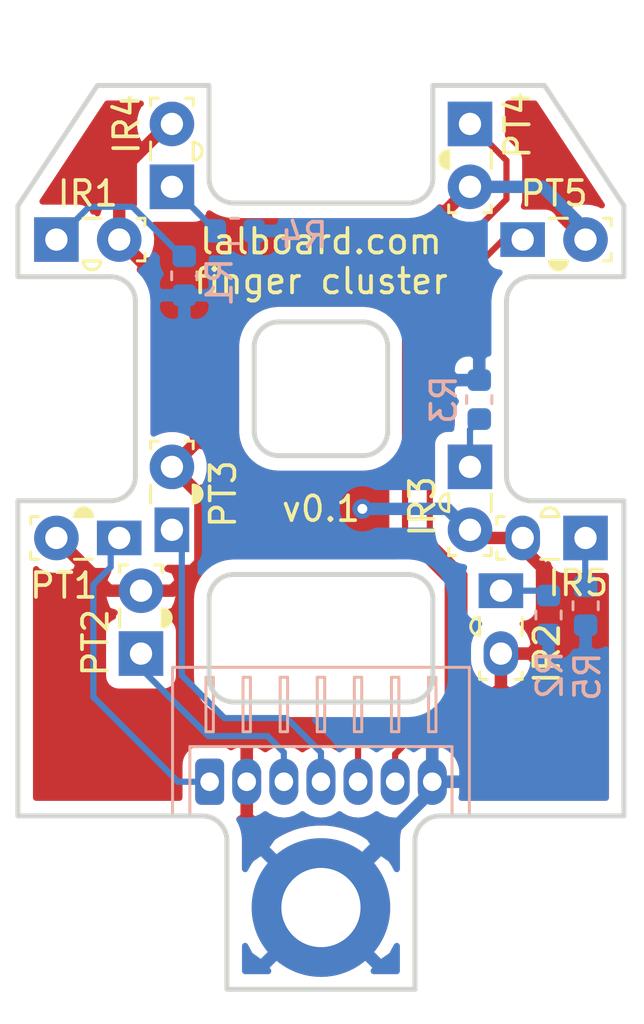
<source format=kicad_pcb>
(kicad_pcb (version 20171130) (host pcbnew 5.1.9+dfsg1-1~bpo10+1)

  (general
    (thickness 1.6)
    (drawings 170)
    (tracks 76)
    (zones 0)
    (modules 17)
    (nets 13)
  )

  (page A4)
  (layers
    (0 F.Cu signal)
    (31 B.Cu signal)
    (32 B.Adhes user hide)
    (33 F.Adhes user hide)
    (34 B.Paste user hide)
    (35 F.Paste user hide)
    (36 B.SilkS user)
    (37 F.SilkS user)
    (38 B.Mask user)
    (39 F.Mask user)
    (40 Dwgs.User user hide)
    (41 Cmts.User user hide)
    (42 Eco1.User user hide)
    (43 Eco2.User user hide)
    (44 Edge.Cuts user)
    (45 Margin user hide)
    (46 B.CrtYd user hide)
    (47 F.CrtYd user hide)
    (48 B.Fab user hide)
    (49 F.Fab user hide)
  )

  (setup
    (last_trace_width 0.5)
    (user_trace_width 0.2)
    (user_trace_width 0.5)
    (trace_clearance 0.2)
    (zone_clearance 0.508)
    (zone_45_only no)
    (trace_min 0.2)
    (via_size 0.8)
    (via_drill 0.4)
    (via_min_size 0.4)
    (via_min_drill 0.3)
    (uvia_size 0.3)
    (uvia_drill 0.1)
    (uvias_allowed no)
    (uvia_min_size 0.2)
    (uvia_min_drill 0.1)
    (edge_width 0.1)
    (segment_width 0.2)
    (pcb_text_width 0.3)
    (pcb_text_size 1.5 1.5)
    (mod_edge_width 0.15)
    (mod_text_size 1 1)
    (mod_text_width 0.15)
    (pad_size 5.6 5.6)
    (pad_drill 3.2)
    (pad_to_mask_clearance 0)
    (aux_axis_origin 0 0)
    (grid_origin 165.3 116.935)
    (visible_elements FFFFFF7F)
    (pcbplotparams
      (layerselection 0x010f0_ffffffff)
      (usegerberextensions false)
      (usegerberattributes true)
      (usegerberadvancedattributes true)
      (creategerberjobfile true)
      (excludeedgelayer true)
      (linewidth 0.100000)
      (plotframeref false)
      (viasonmask false)
      (mode 1)
      (useauxorigin false)
      (hpglpennumber 1)
      (hpglpenspeed 20)
      (hpglpendiameter 15.000000)
      (psnegative false)
      (psa4output false)
      (plotreference true)
      (plotvalue true)
      (plotinvisibletext false)
      (padsonsilk false)
      (subtractmaskfromsilk false)
      (outputformat 1)
      (mirror false)
      (drillshape 0)
      (scaleselection 1)
      (outputdirectory ""))
  )

  (net 0 "")
  (net 1 +5V)
  (net 2 C1)
  (net 3 C3)
  (net 4 C4)
  (net 5 C5)
  (net 6 C6)
  (net 7 GND)
  (net 8 "Net-(IR1-Pad1)")
  (net 9 "Net-(IR2-Pad1)")
  (net 10 "Net-(IR3-Pad1)")
  (net 11 "Net-(IR4-Pad1)")
  (net 12 "Net-(IR5-Pad1)")

  (net_class Default "This is the default net class."
    (clearance 0.2)
    (trace_width 0.25)
    (via_dia 0.8)
    (via_drill 0.4)
    (uvia_dia 0.3)
    (uvia_drill 0.1)
    (add_net +5V)
    (add_net C1)
    (add_net C3)
    (add_net C4)
    (add_net C5)
    (add_net C6)
    (add_net GND)
    (add_net "Net-(IR1-Pad1)")
    (add_net "Net-(IR2-Pad1)")
    (add_net "Net-(IR3-Pad1)")
    (add_net "Net-(IR4-Pad1)")
    (add_net "Net-(IR5-Pad1)")
  )

  (module lalboard:JST_ZH_S7B-ZR_1x07_P1.50mm_Horizontal (layer B.Cu) (tedit 6050757A) (tstamp 604FD9DD)
    (at 160.8 116.935)
    (descr "JST ZH series connector, S7B-ZR (http://www.jst-mfg.com/product/pdf/eng/eZH.pdf)")
    (tags "connector JST ZH horizontal")
    (path /5F95ECA5)
    (fp_text reference J1 (at 4.5 2.5) (layer B.SilkS) hide
      (effects (font (size 1 1) (thickness 0.15)) (justify mirror))
    )
    (fp_text value Conn_01x07 (at 4.5 -3.4) (layer B.Fab)
      (effects (font (size 1 1) (thickness 0.15)) (justify mirror))
    )
    (fp_line (start 0 -1.12) (end 0.25 -1.52) (layer B.Fab) (width 0.12))
    (fp_line (start -0.25 -1.52) (end 0 -1.12) (layer B.Fab) (width 0.12))
    (fp_line (start -2 -5.1) (end 11 -5.1) (layer B.CrtYd) (width 0.05))
    (fp_line (start 11 -5.1) (end 11 2.5) (layer B.CrtYd) (width 0.05))
    (fp_line (start 11 2.5) (end -2 2.5) (layer B.CrtYd) (width 0.05))
    (fp_line (start -2 2.5) (end -2 -5.1) (layer B.CrtYd) (width 0.05))
    (fp_line (start -1.5 -4.6) (end -1.5 1.4) (layer B.SilkS) (width 0.12))
    (fp_line (start 10.5 1.4) (end 10.5 -4.6) (layer B.SilkS) (width 0.12))
    (fp_line (start -1.5 -4.6) (end 10.5 -4.6) (layer B.SilkS) (width 0.12))
    (fp_line (start -0.8 -1.4) (end 9.8 -1.4) (layer B.SilkS) (width 0.12))
    (fp_line (start -0.8 -1.4) (end -0.8 1.4) (layer B.SilkS) (width 0.12))
    (fp_line (start 9.8 1.4) (end 9.8 -1.4) (layer B.SilkS) (width 0.12))
    (fp_line (start 0.15 -2) (end -0.15 -2) (layer B.SilkS) (width 0.12))
    (fp_line (start -0.15 -4.2) (end -0.15 -2) (layer B.SilkS) (width 0.12))
    (fp_line (start 0.15 -4.2) (end 0.15 -2) (layer B.SilkS) (width 0.12))
    (fp_line (start -0.15 -4.2) (end 0.15 -4.2) (layer B.SilkS) (width 0.12))
    (fp_line (start 1.35 -4.2) (end 1.35 -2) (layer B.SilkS) (width 0.12))
    (fp_line (start 1.65 -4.2) (end 1.65 -2) (layer B.SilkS) (width 0.12))
    (fp_line (start 1.65 -2) (end 1.35 -2) (layer B.SilkS) (width 0.12))
    (fp_line (start 1.35 -4.2) (end 1.65 -4.2) (layer B.SilkS) (width 0.12))
    (fp_line (start 2.85 -4.2) (end 3.15 -4.2) (layer B.SilkS) (width 0.12))
    (fp_line (start 3.15 -2) (end 2.85 -2) (layer B.SilkS) (width 0.12))
    (fp_line (start 3.15 -4.2) (end 3.15 -2) (layer B.SilkS) (width 0.12))
    (fp_line (start 2.85 -4.2) (end 2.85 -2) (layer B.SilkS) (width 0.12))
    (fp_line (start 4.65 -2) (end 4.35 -2) (layer B.SilkS) (width 0.12))
    (fp_line (start 4.65 -4.2) (end 4.65 -2) (layer B.SilkS) (width 0.12))
    (fp_line (start 4.35 -4.2) (end 4.35 -2) (layer B.SilkS) (width 0.12))
    (fp_line (start 4.35 -4.2) (end 4.65 -4.2) (layer B.SilkS) (width 0.12))
    (fp_line (start 6.15 -4.2) (end 6.15 -2) (layer B.SilkS) (width 0.12))
    (fp_line (start 5.85 -4.2) (end 6.15 -4.2) (layer B.SilkS) (width 0.12))
    (fp_line (start 5.85 -4.2) (end 5.85 -2) (layer B.SilkS) (width 0.12))
    (fp_line (start 6.15 -2) (end 5.85 -2) (layer B.SilkS) (width 0.12))
    (fp_line (start 7.35 -4.2) (end 7.35 -2) (layer B.SilkS) (width 0.12))
    (fp_line (start 7.35 -4.2) (end 7.65 -4.2) (layer B.SilkS) (width 0.12))
    (fp_line (start 7.65 -2) (end 7.35 -2) (layer B.SilkS) (width 0.12))
    (fp_line (start 7.65 -4.2) (end 7.65 -2) (layer B.SilkS) (width 0.12))
    (fp_line (start 9.15 -4.2) (end 9.15 -2) (layer B.SilkS) (width 0.12))
    (fp_line (start 8.85 -4.2) (end 9.15 -4.2) (layer B.SilkS) (width 0.12))
    (fp_line (start 9.15 -2) (end 8.85 -2) (layer B.SilkS) (width 0.12))
    (fp_line (start 8.85 -4.2) (end 8.85 -2) (layer B.SilkS) (width 0.12))
    (fp_line (start 9.92 1.28) (end 10.38 1.28) (layer B.Fab) (width 0.12))
    (fp_line (start -0.92 -1.52) (end 9.92 -1.52) (layer B.Fab) (width 0.12))
    (fp_line (start 9.92 1.28) (end 9.92 -1.52) (layer B.Fab) (width 0.12))
    (fp_line (start 10.38 1.28) (end 10.38 -4.48) (layer B.Fab) (width 0.12))
    (fp_line (start 10.38 -4.48) (end -1.38 -4.48) (layer B.Fab) (width 0.12))
    (fp_line (start -1.38 -4.48) (end -1.38 1.28) (layer B.Fab) (width 0.12))
    (fp_line (start -1.38 1.28) (end -0.92 1.28) (layer B.Fab) (width 0.12))
    (fp_line (start -0.92 1.28) (end -0.92 -1.52) (layer B.Fab) (width 0.12))
    (fp_line (start -1.5 1.4) (end -0.8 1.4) (layer B.SilkS) (width 0.12))
    (fp_line (start 9.8 1.4) (end 10.5 1.4) (layer B.SilkS) (width 0.12))
    (fp_text user %R (at 4.5 -1.5) (layer B.Fab)
      (effects (font (size 1 1) (thickness 0.15)) (justify mirror))
    )
    (pad 7 thru_hole oval (at 9 0.02) (size 1.17 1.87) (drill 0.75) (layers *.Cu *.Mask)
      (net 7 GND))
    (pad 1 thru_hole roundrect (at 0 0.02) (size 1.17 1.87) (drill 0.75) (layers *.Cu *.Mask) (roundrect_rratio 0.214)
      (net 2 C1))
    (pad 6 thru_hole oval (at 7.5 0.02) (size 1.17 1.87) (drill 0.75) (layers *.Cu *.Mask)
      (net 6 C6))
    (pad 4 thru_hole oval (at 4.5 0.02) (size 1.17 1.87) (drill 0.75) (layers *.Cu *.Mask)
      (net 4 C4))
    (pad 5 thru_hole oval (at 6 0.02) (size 1.17 1.87) (drill 0.75) (layers *.Cu *.Mask)
      (net 5 C5))
    (pad 3 thru_hole oval (at 3 0.02) (size 1.17 1.87) (drill 0.75) (layers *.Cu *.Mask)
      (net 3 C3))
    (pad 2 thru_hole oval (at 1.5 0.02) (size 1.17 1.87) (drill 0.75) (layers *.Cu *.Mask)
      (net 1 +5V))
  )

  (module MountingHole:MountingHole_3.2mm_M3_DIN965_Pad (layer F.Cu) (tedit 60507C41) (tstamp 60511789)
    (at 165.3 122.035)
    (descr "Mounting Hole 3.2mm, M3, DIN965")
    (tags "mounting hole 3.2mm m3 din965")
    (attr virtual)
    (fp_text reference REF** (at 0 -3.8) (layer F.SilkS) hide
      (effects (font (size 1 1) (thickness 0.15)))
    )
    (fp_text value MountingHole_3.2mm_M3 (at 0 4.2) (layer F.Fab)
      (effects (font (size 1 1) (thickness 0.15)))
    )
    (fp_circle (center 0 0) (end 2.8 0) (layer Cmts.User) (width 0.15))
    (fp_circle (center 0 0) (end 3.05 0) (layer F.CrtYd) (width 0.05))
    (pad 1 thru_hole circle (at 0 0) (size 5.6 5.6) (drill 3.2) (layers *.Cu *.Mask)
      (net 7 GND))
  )

  (module lalboard:PT908-7C-F (layer F.Cu) (tedit 60506EC2) (tstamp 5F967CAE)
    (at 171.325 90.39 270)
    (descr "LED_SideEmitter_Rectangular, Rectangular, SideEmitter,  Rectangular size 4.5x1.6mm^2, 2 pins, http://cdn-reichelt.de/documents/datenblatt/A500/LED15MMGE_LED15MMGN%23KIN.pdf")
    (tags "LED_SideEmitter_Rectangular Rectangular SideEmitter  Rectangular size 4.5x1.6mm^2 2 pins")
    (path /60586A3A)
    (fp_text reference PT4 (at 0.04 -1.92 90) (layer F.SilkS)
      (effects (font (size 1 1) (thickness 0.15)))
    )
    (fp_text value PT908-7B-F (at -2.455 2.725 90) (layer F.Fab)
      (effects (font (size 1 1) (thickness 0.15)))
    )
    (fp_line (start -0.98 -0.8) (end -0.98 0.8) (layer F.Fab) (width 0.1))
    (fp_line (start -0.98 0.8) (end 3.52 0.8) (layer F.Fab) (width 0.1))
    (fp_line (start 3.52 0.8) (end 3.52 -0.8) (layer F.Fab) (width 0.1))
    (fp_line (start 3.52 -0.8) (end -0.98 -0.8) (layer F.Fab) (width 0.1))
    (fp_line (start 1.08 -0.861) (end 1.811 -0.861) (layer F.SilkS) (width 0.12))
    (fp_line (start 3.27 -0.861) (end 3.58 -0.861) (layer F.SilkS) (width 0.12))
    (fp_line (start 1.08 0.861) (end 1.811 0.861) (layer F.SilkS) (width 0.12))
    (fp_line (start 3.27 0.861) (end 3.58 0.861) (layer F.SilkS) (width 0.12))
    (fp_line (start 3.58 -0.861) (end 3.58 -0.555) (layer F.SilkS) (width 0.12))
    (fp_line (start 3.58 0.555) (end 3.58 0.861) (layer F.SilkS) (width 0.12))
    (fp_line (start -1.3 -1.15) (end -1.3 1.15) (layer F.CrtYd) (width 0.05))
    (fp_line (start -1.3 1.15) (end 3.85 1.15) (layer F.CrtYd) (width 0.05))
    (fp_line (start 3.85 1.15) (end 3.85 -1.15) (layer F.CrtYd) (width 0.05))
    (fp_line (start 3.85 -1.15) (end -1.3 -1.15) (layer F.CrtYd) (width 0.05))
    (fp_line (start 1.08 0.861) (end 1.8 0.861) (layer F.SilkS) (width 0.12))
    (fp_poly (pts (xy 1.57 1.121) (xy 1.28 1.121) (xy 1.16 0.931) (xy 1.16 0.921)
      (xy 1.73 0.921)) (layer F.SilkS) (width 0.1))
    (fp_arc (start 1.44 0.861) (end 1.08 0.861) (angle -180) (layer F.SilkS) (width 0.12))
    (pad 1 thru_hole rect (at 0 0 270) (size 1.8 1.8) (drill 0.9) (layers *.Cu *.Mask)
      (net 5 C5))
    (pad 2 thru_hole circle (at 2.54 0 270) (size 1.8 1.8) (drill 0.9) (layers *.Cu *.Mask)
      (net 1 +5V))
    (model ${KISYS3DMOD}/LED_THT.3dshapes/LED_SideEmitter_Rectangular_W4.5mm_H1.6mm.wrl
      (at (xyz 0 0 0))
      (scale (xyz 1 1 1))
      (rotate (xyz 0 0 0))
    )
  )

  (module lalboard:PT908-7C-F (layer F.Cu) (tedit 60506F25) (tstamp 5F96AC35)
    (at 159.275 106.78 90)
    (descr "LED_SideEmitter_Rectangular, Rectangular, SideEmitter,  Rectangular size 4.5x1.6mm^2, 2 pins, http://cdn-reichelt.de/documents/datenblatt/A500/LED15MMGE_LED15MMGN%23KIN.pdf")
    (tags "LED_SideEmitter_Rectangular Rectangular SideEmitter  Rectangular size 4.5x1.6mm^2 2 pins")
    (path /60583C22)
    (fp_text reference PT3 (at 1.445 2.07 90) (layer F.SilkS)
      (effects (font (size 1 1) (thickness 0.15)))
    )
    (fp_text value PT908-7B-F (at 3.445 2.125 90) (layer F.Fab)
      (effects (font (size 1 1) (thickness 0.15)))
    )
    (fp_line (start -0.98 -0.8) (end -0.98 0.8) (layer F.Fab) (width 0.1))
    (fp_line (start -0.98 0.8) (end 3.52 0.8) (layer F.Fab) (width 0.1))
    (fp_line (start 3.52 0.8) (end 3.52 -0.8) (layer F.Fab) (width 0.1))
    (fp_line (start 3.52 -0.8) (end -0.98 -0.8) (layer F.Fab) (width 0.1))
    (fp_line (start 1.08 -0.861) (end 1.811 -0.861) (layer F.SilkS) (width 0.12))
    (fp_line (start 3.27 -0.861) (end 3.58 -0.861) (layer F.SilkS) (width 0.12))
    (fp_line (start 1.08 0.861) (end 1.811 0.861) (layer F.SilkS) (width 0.12))
    (fp_line (start 3.27 0.861) (end 3.58 0.861) (layer F.SilkS) (width 0.12))
    (fp_line (start 3.58 -0.861) (end 3.58 -0.555) (layer F.SilkS) (width 0.12))
    (fp_line (start 3.58 0.555) (end 3.58 0.861) (layer F.SilkS) (width 0.12))
    (fp_line (start -1.3 -1.15) (end -1.3 1.15) (layer F.CrtYd) (width 0.05))
    (fp_line (start -1.3 1.15) (end 3.85 1.15) (layer F.CrtYd) (width 0.05))
    (fp_line (start 3.85 1.15) (end 3.85 -1.15) (layer F.CrtYd) (width 0.05))
    (fp_line (start 3.85 -1.15) (end -1.3 -1.15) (layer F.CrtYd) (width 0.05))
    (fp_line (start 1.08 0.861) (end 1.8 0.861) (layer F.SilkS) (width 0.12))
    (fp_poly (pts (xy 1.57 1.121) (xy 1.28 1.121) (xy 1.16 0.931) (xy 1.16 0.921)
      (xy 1.73 0.921)) (layer F.SilkS) (width 0.1))
    (fp_arc (start 1.44 0.861) (end 1.08 0.861) (angle -180) (layer F.SilkS) (width 0.12))
    (pad 1 thru_hole rect (at 0 0 90) (size 1.8 1.4) (drill 0.9) (layers *.Cu *.Mask)
      (net 4 C4))
    (pad 2 thru_hole circle (at 2.54 0 90) (size 1.8 1.8) (drill 0.9) (layers *.Cu *.Mask)
      (net 1 +5V))
    (model ${KISYS3DMOD}/LED_THT.3dshapes/LED_SideEmitter_Rectangular_W4.5mm_H1.6mm.wrl
      (at (xyz 0 0 0))
      (scale (xyz 1 1 1))
      (rotate (xyz 0 0 0))
    )
  )

  (module lalboard:PT908-7C-F (layer F.Cu) (tedit 60506F64) (tstamp 5F9694BA)
    (at 158.025 111.78 90)
    (descr "LED_SideEmitter_Rectangular, Rectangular, SideEmitter,  Rectangular size 4.5x1.6mm^2, 2 pins, http://cdn-reichelt.de/documents/datenblatt/A500/LED15MMGE_LED15MMGN%23KIN.pdf")
    (tags "LED_SideEmitter_Rectangular Rectangular SideEmitter  Rectangular size 4.5x1.6mm^2 2 pins")
    (path /60580A77)
    (fp_text reference PT2 (at 0.44 -1.84 90) (layer F.SilkS)
      (effects (font (size 1 1) (thickness 0.15)))
    )
    (fp_text value PT908-7B-F (at -1.355 1.775 90) (layer F.Fab)
      (effects (font (size 1 1) (thickness 0.15)))
    )
    (fp_line (start -0.98 -0.8) (end -0.98 0.8) (layer F.Fab) (width 0.1))
    (fp_line (start -0.98 0.8) (end 3.52 0.8) (layer F.Fab) (width 0.1))
    (fp_line (start 3.52 0.8) (end 3.52 -0.8) (layer F.Fab) (width 0.1))
    (fp_line (start 3.52 -0.8) (end -0.98 -0.8) (layer F.Fab) (width 0.1))
    (fp_line (start 1.08 -0.861) (end 1.811 -0.861) (layer F.SilkS) (width 0.12))
    (fp_line (start 3.27 -0.861) (end 3.58 -0.861) (layer F.SilkS) (width 0.12))
    (fp_line (start 1.08 0.861) (end 1.811 0.861) (layer F.SilkS) (width 0.12))
    (fp_line (start 3.27 0.861) (end 3.58 0.861) (layer F.SilkS) (width 0.12))
    (fp_line (start 3.58 -0.861) (end 3.58 -0.555) (layer F.SilkS) (width 0.12))
    (fp_line (start 3.58 0.555) (end 3.58 0.861) (layer F.SilkS) (width 0.12))
    (fp_line (start -1.3 -1.15) (end -1.3 1.15) (layer F.CrtYd) (width 0.05))
    (fp_line (start -1.3 1.15) (end 3.85 1.15) (layer F.CrtYd) (width 0.05))
    (fp_line (start 3.85 1.15) (end 3.85 -1.15) (layer F.CrtYd) (width 0.05))
    (fp_line (start 3.85 -1.15) (end -1.3 -1.15) (layer F.CrtYd) (width 0.05))
    (fp_line (start 1.08 0.861) (end 1.8 0.861) (layer F.SilkS) (width 0.12))
    (fp_poly (pts (xy 1.57 1.121) (xy 1.28 1.121) (xy 1.16 0.931) (xy 1.16 0.921)
      (xy 1.73 0.921)) (layer F.SilkS) (width 0.1))
    (fp_arc (start 1.44 0.861) (end 1.08 0.861) (angle -180) (layer F.SilkS) (width 0.12))
    (pad 1 thru_hole rect (at 0 0 90) (size 1.8 1.8) (drill 0.9) (layers *.Cu *.Mask)
      (net 3 C3))
    (pad 2 thru_hole circle (at 2.54 0 90) (size 1.8 1.8) (drill 0.9) (layers *.Cu *.Mask)
      (net 1 +5V))
    (model ${KISYS3DMOD}/LED_THT.3dshapes/LED_SideEmitter_Rectangular_W4.5mm_H1.6mm.wrl
      (at (xyz 0 0 0))
      (scale (xyz 1 1 1))
      (rotate (xyz 0 0 0))
    )
  )

  (module lalboard:PT908-7C-F (layer F.Cu) (tedit 604ECD09) (tstamp 5F967D95)
    (at 157.145 107.11 180)
    (descr "LED_SideEmitter_Rectangular, Rectangular, SideEmitter,  Rectangular size 4.5x1.6mm^2, 2 pins, http://cdn-reichelt.de/documents/datenblatt/A500/LED15MMGE_LED15MMGN%23KIN.pdf")
    (tags "LED_SideEmitter_Rectangular Rectangular SideEmitter  Rectangular size 4.5x1.6mm^2 2 pins")
    (path /5F96F978)
    (fp_text reference PT1 (at 2.245001 -1.925) (layer F.SilkS)
      (effects (font (size 1 1) (thickness 0.15)))
    )
    (fp_text value PT908-7B-F (at 4.745 2.775) (layer F.Fab)
      (effects (font (size 1 1) (thickness 0.15)))
    )
    (fp_line (start -0.98 -0.8) (end -0.98 0.8) (layer F.Fab) (width 0.1))
    (fp_line (start -0.98 0.8) (end 3.52 0.8) (layer F.Fab) (width 0.1))
    (fp_line (start 3.52 0.8) (end 3.52 -0.8) (layer F.Fab) (width 0.1))
    (fp_line (start 3.52 -0.8) (end -0.98 -0.8) (layer F.Fab) (width 0.1))
    (fp_line (start 1.08 -0.861) (end 1.811 -0.861) (layer F.SilkS) (width 0.12))
    (fp_line (start 3.27 -0.861) (end 3.58 -0.861) (layer F.SilkS) (width 0.12))
    (fp_line (start 1.08 0.861) (end 1.811 0.861) (layer F.SilkS) (width 0.12))
    (fp_line (start 3.27 0.861) (end 3.58 0.861) (layer F.SilkS) (width 0.12))
    (fp_line (start 3.58 -0.861) (end 3.58 -0.555) (layer F.SilkS) (width 0.12))
    (fp_line (start 3.58 0.555) (end 3.58 0.861) (layer F.SilkS) (width 0.12))
    (fp_line (start -1.3 -1.15) (end -1.3 1.15) (layer F.CrtYd) (width 0.05))
    (fp_line (start -1.3 1.15) (end 3.85 1.15) (layer F.CrtYd) (width 0.05))
    (fp_line (start 3.85 1.15) (end 3.85 -1.15) (layer F.CrtYd) (width 0.05))
    (fp_line (start 3.85 -1.15) (end -1.3 -1.15) (layer F.CrtYd) (width 0.05))
    (fp_line (start 1.08 0.861) (end 1.8 0.861) (layer F.SilkS) (width 0.12))
    (fp_poly (pts (xy 1.57 1.121) (xy 1.28 1.121) (xy 1.16 0.931) (xy 1.16 0.921)
      (xy 1.73 0.921)) (layer F.SilkS) (width 0.1))
    (fp_arc (start 1.44 0.861) (end 1.08 0.861) (angle -180) (layer F.SilkS) (width 0.12))
    (pad 1 thru_hole rect (at 0 0 180) (size 1.8 1.4) (drill 0.9) (layers *.Cu *.Mask)
      (net 2 C1))
    (pad 2 thru_hole circle (at 2.54 0 180) (size 1.8 1.8) (drill 0.9) (layers *.Cu *.Mask)
      (net 1 +5V))
    (model ${KISYS3DMOD}/LED_THT.3dshapes/LED_SideEmitter_Rectangular_W4.5mm_H1.6mm.wrl
      (at (xyz 0 0 0))
      (scale (xyz 1 1 1))
      (rotate (xyz 0 0 0))
    )
  )

  (module lalboard:PT908-7C-F (layer F.Cu) (tedit 60507827) (tstamp 5F967BC4)
    (at 173.455 95.06)
    (descr "LED_SideEmitter_Rectangular, Rectangular, SideEmitter,  Rectangular size 4.5x1.6mm^2, 2 pins, http://cdn-reichelt.de/documents/datenblatt/A500/LED15MMGE_LED15MMGN%23KIN.pdf")
    (tags "LED_SideEmitter_Rectangular Rectangular SideEmitter  Rectangular size 4.5x1.6mm^2 2 pins")
    (path /60589EAA)
    (fp_text reference PT5 (at 1.27 -1.86) (layer F.SilkS)
      (effects (font (size 1 1) (thickness 0.15)))
    )
    (fp_text value PT908-7B-F (at 4.545 2.675) (layer F.Fab)
      (effects (font (size 1 1) (thickness 0.15)))
    )
    (fp_line (start -0.98 -0.8) (end -0.98 0.8) (layer F.Fab) (width 0.1))
    (fp_line (start -0.98 0.8) (end 3.52 0.8) (layer F.Fab) (width 0.1))
    (fp_line (start 3.52 0.8) (end 3.52 -0.8) (layer F.Fab) (width 0.1))
    (fp_line (start 3.52 -0.8) (end -0.98 -0.8) (layer F.Fab) (width 0.1))
    (fp_line (start 1.08 -0.861) (end 1.811 -0.861) (layer F.SilkS) (width 0.12))
    (fp_line (start 3.27 -0.861) (end 3.58 -0.861) (layer F.SilkS) (width 0.12))
    (fp_line (start 1.08 0.861) (end 1.811 0.861) (layer F.SilkS) (width 0.12))
    (fp_line (start 3.27 0.861) (end 3.58 0.861) (layer F.SilkS) (width 0.12))
    (fp_line (start 3.58 -0.861) (end 3.58 -0.555) (layer F.SilkS) (width 0.12))
    (fp_line (start 3.58 0.555) (end 3.58 0.861) (layer F.SilkS) (width 0.12))
    (fp_line (start -1.3 -1.15) (end -1.3 1.15) (layer F.CrtYd) (width 0.05))
    (fp_line (start -1.3 1.15) (end 3.85 1.15) (layer F.CrtYd) (width 0.05))
    (fp_line (start 3.85 1.15) (end 3.85 -1.15) (layer F.CrtYd) (width 0.05))
    (fp_line (start 3.85 -1.15) (end -1.3 -1.15) (layer F.CrtYd) (width 0.05))
    (fp_line (start 1.08 0.861) (end 1.8 0.861) (layer F.SilkS) (width 0.12))
    (fp_poly (pts (xy 1.57 1.121) (xy 1.28 1.121) (xy 1.16 0.931) (xy 1.16 0.921)
      (xy 1.73 0.921)) (layer F.SilkS) (width 0.1))
    (fp_arc (start 1.44 0.861) (end 1.08 0.861) (angle -180) (layer F.SilkS) (width 0.12))
    (pad 1 thru_hole rect (at 0 0) (size 1.8 1.4) (drill 0.9) (layers *.Cu *.Mask)
      (net 6 C6))
    (pad 2 thru_hole circle (at 2.54 0) (size 1.8 1.8) (drill 0.9) (layers *.Cu *.Mask)
      (net 1 +5V))
    (model ${KISYS3DMOD}/LED_THT.3dshapes/LED_SideEmitter_Rectangular_W4.5mm_H1.6mm.wrl
      (at (xyz 0 0 0))
      (scale (xyz 1 1 1))
      (rotate (xyz 0 0 0))
    )
  )

  (module lalboard:IR908-7C-F (layer F.Cu) (tedit 60507206) (tstamp 5F967F60)
    (at 175.995 107.11 180)
    (descr "LED_SideEmitter_Rectangular, Rectangular, SideEmitter,  Rectangular size 4.5x1.6mm^2, 2 pins, http://cdn-reichelt.de/documents/datenblatt/A500/LED15MMGE_LED15MMGN%23KIN.pdf")
    (tags "LED_SideEmitter_Rectangular Rectangular SideEmitter  Rectangular size 4.5x1.6mm^2 2 pins")
    (path /60589EB0)
    (fp_text reference IR5 (at 0.295001 -1.825) (layer F.SilkS)
      (effects (font (size 1 1) (thickness 0.15)))
    )
    (fp_text value IR908-7C-F (at -2.205 2.575) (layer F.Fab)
      (effects (font (size 1 1) (thickness 0.15)))
    )
    (fp_line (start -0.98 -0.8) (end -0.98 0.8) (layer F.Fab) (width 0.1))
    (fp_line (start -0.98 0.8) (end 3.52 0.8) (layer F.Fab) (width 0.1))
    (fp_line (start 3.52 0.8) (end 3.52 -0.8) (layer F.Fab) (width 0.1))
    (fp_line (start 3.52 -0.8) (end -0.98 -0.8) (layer F.Fab) (width 0.1))
    (fp_line (start 1.08 -0.861) (end 1.811 -0.861) (layer F.SilkS) (width 0.12))
    (fp_line (start 3.27 -0.861) (end 3.58 -0.861) (layer F.SilkS) (width 0.12))
    (fp_line (start 1.08 0.861) (end 1.811 0.861) (layer F.SilkS) (width 0.12))
    (fp_line (start 3.27 0.861) (end 3.58 0.861) (layer F.SilkS) (width 0.12))
    (fp_line (start 3.58 -0.861) (end 3.58 -0.555) (layer F.SilkS) (width 0.12))
    (fp_line (start 3.58 0.555) (end 3.58 0.861) (layer F.SilkS) (width 0.12))
    (fp_line (start -1.3 -1.15) (end -1.3 1.15) (layer F.CrtYd) (width 0.05))
    (fp_line (start -1.3 1.15) (end 3.85 1.15) (layer F.CrtYd) (width 0.05))
    (fp_line (start 3.85 1.15) (end 3.85 -1.15) (layer F.CrtYd) (width 0.05))
    (fp_line (start 3.85 -1.15) (end -1.3 -1.15) (layer F.CrtYd) (width 0.05))
    (fp_line (start 1.08 0.861) (end 1.8 0.861) (layer F.SilkS) (width 0.12))
    (fp_arc (start 1.44 0.861) (end 1.08 0.861) (angle -180) (layer F.SilkS) (width 0.12))
    (pad 1 thru_hole rect (at 0 0 180) (size 1.8 1.8) (drill 0.9) (layers *.Cu *.Mask)
      (net 12 "Net-(IR5-Pad1)"))
    (pad 2 thru_hole oval (at 2.54 0 180) (size 1.4 1.8) (drill 0.9) (layers *.Cu *.Mask)
      (net 1 +5V))
    (model ${KISYS3DMOD}/LED_THT.3dshapes/LED_SideEmitter_Rectangular_W4.5mm_H1.6mm.wrl
      (at (xyz 0 0 0))
      (scale (xyz 1 1 1))
      (rotate (xyz 0 0 0))
    )
  )

  (module lalboard:IR908-7C-F (layer F.Cu) (tedit 5FA0B6B3) (tstamp 5F9699C8)
    (at 159.275 92.93 90)
    (descr "LED_SideEmitter_Rectangular, Rectangular, SideEmitter,  Rectangular size 4.5x1.6mm^2, 2 pins, http://cdn-reichelt.de/documents/datenblatt/A500/LED15MMGE_LED15MMGN%23KIN.pdf")
    (tags "LED_SideEmitter_Rectangular Rectangular SideEmitter  Rectangular size 4.5x1.6mm^2 2 pins")
    (path /60586A40)
    (fp_text reference IR4 (at 2.54 -1.83 90) (layer F.SilkS)
      (effects (font (size 1 1) (thickness 0.15)))
    )
    (fp_text value IR908-7C-F (at 4.795 2.925 90) (layer F.Fab)
      (effects (font (size 1 1) (thickness 0.15)))
    )
    (fp_line (start -0.98 -0.8) (end -0.98 0.8) (layer F.Fab) (width 0.1))
    (fp_line (start -0.98 0.8) (end 3.52 0.8) (layer F.Fab) (width 0.1))
    (fp_line (start 3.52 0.8) (end 3.52 -0.8) (layer F.Fab) (width 0.1))
    (fp_line (start 3.52 -0.8) (end -0.98 -0.8) (layer F.Fab) (width 0.1))
    (fp_line (start 1.08 -0.861) (end 1.811 -0.861) (layer F.SilkS) (width 0.12))
    (fp_line (start 3.27 -0.861) (end 3.58 -0.861) (layer F.SilkS) (width 0.12))
    (fp_line (start 1.08 0.861) (end 1.811 0.861) (layer F.SilkS) (width 0.12))
    (fp_line (start 3.27 0.861) (end 3.58 0.861) (layer F.SilkS) (width 0.12))
    (fp_line (start 3.58 -0.861) (end 3.58 -0.555) (layer F.SilkS) (width 0.12))
    (fp_line (start 3.58 0.555) (end 3.58 0.861) (layer F.SilkS) (width 0.12))
    (fp_line (start -1.3 -1.15) (end -1.3 1.15) (layer F.CrtYd) (width 0.05))
    (fp_line (start -1.3 1.15) (end 3.85 1.15) (layer F.CrtYd) (width 0.05))
    (fp_line (start 3.85 1.15) (end 3.85 -1.15) (layer F.CrtYd) (width 0.05))
    (fp_line (start 3.85 -1.15) (end -1.3 -1.15) (layer F.CrtYd) (width 0.05))
    (fp_line (start 1.08 0.861) (end 1.8 0.861) (layer F.SilkS) (width 0.12))
    (fp_arc (start 1.44 0.861) (end 1.08 0.861) (angle -180) (layer F.SilkS) (width 0.12))
    (pad 1 thru_hole rect (at 0 0 90) (size 1.8 1.8) (drill 0.9) (layers *.Cu *.Mask)
      (net 11 "Net-(IR4-Pad1)"))
    (pad 2 thru_hole circle (at 2.54 0 90) (size 1.8 1.8) (drill 0.9) (layers *.Cu *.Mask)
      (net 1 +5V))
    (model ${KISYS3DMOD}/LED_THT.3dshapes/LED_SideEmitter_Rectangular_W4.5mm_H1.6mm.wrl
      (at (xyz 0 0 0))
      (scale (xyz 1 1 1))
      (rotate (xyz 0 0 0))
    )
  )

  (module lalboard:IR908-7C-F (layer F.Cu) (tedit 5FA0B6B3) (tstamp 5F967C75)
    (at 171.325 104.24 270)
    (descr "LED_SideEmitter_Rectangular, Rectangular, SideEmitter,  Rectangular size 4.5x1.6mm^2, 2 pins, http://cdn-reichelt.de/documents/datenblatt/A500/LED15MMGE_LED15MMGN%23KIN.pdf")
    (tags "LED_SideEmitter_Rectangular Rectangular SideEmitter  Rectangular size 4.5x1.6mm^2 2 pins")
    (path /60583C28)
    (fp_text reference IR3 (at 1.595 1.925 90) (layer F.SilkS)
      (effects (font (size 1 1) (thickness 0.15)))
    )
    (fp_text value IR908-7C-F (at -1.205 2.125 90) (layer F.Fab)
      (effects (font (size 1 1) (thickness 0.15)))
    )
    (fp_line (start -0.98 -0.8) (end -0.98 0.8) (layer F.Fab) (width 0.1))
    (fp_line (start -0.98 0.8) (end 3.52 0.8) (layer F.Fab) (width 0.1))
    (fp_line (start 3.52 0.8) (end 3.52 -0.8) (layer F.Fab) (width 0.1))
    (fp_line (start 3.52 -0.8) (end -0.98 -0.8) (layer F.Fab) (width 0.1))
    (fp_line (start 1.08 -0.861) (end 1.811 -0.861) (layer F.SilkS) (width 0.12))
    (fp_line (start 3.27 -0.861) (end 3.58 -0.861) (layer F.SilkS) (width 0.12))
    (fp_line (start 1.08 0.861) (end 1.811 0.861) (layer F.SilkS) (width 0.12))
    (fp_line (start 3.27 0.861) (end 3.58 0.861) (layer F.SilkS) (width 0.12))
    (fp_line (start 3.58 -0.861) (end 3.58 -0.555) (layer F.SilkS) (width 0.12))
    (fp_line (start 3.58 0.555) (end 3.58 0.861) (layer F.SilkS) (width 0.12))
    (fp_line (start -1.3 -1.15) (end -1.3 1.15) (layer F.CrtYd) (width 0.05))
    (fp_line (start -1.3 1.15) (end 3.85 1.15) (layer F.CrtYd) (width 0.05))
    (fp_line (start 3.85 1.15) (end 3.85 -1.15) (layer F.CrtYd) (width 0.05))
    (fp_line (start 3.85 -1.15) (end -1.3 -1.15) (layer F.CrtYd) (width 0.05))
    (fp_line (start 1.08 0.861) (end 1.8 0.861) (layer F.SilkS) (width 0.12))
    (fp_arc (start 1.44 0.861) (end 1.08 0.861) (angle -180) (layer F.SilkS) (width 0.12))
    (pad 1 thru_hole rect (at 0 0 270) (size 1.8 1.8) (drill 0.9) (layers *.Cu *.Mask)
      (net 10 "Net-(IR3-Pad1)"))
    (pad 2 thru_hole circle (at 2.54 0 270) (size 1.8 1.8) (drill 0.9) (layers *.Cu *.Mask)
      (net 1 +5V))
    (model ${KISYS3DMOD}/LED_THT.3dshapes/LED_SideEmitter_Rectangular_W4.5mm_H1.6mm.wrl
      (at (xyz 0 0 0))
      (scale (xyz 1 1 1))
      (rotate (xyz 0 0 0))
    )
  )

  (module lalboard:IR908-7C-F (layer F.Cu) (tedit 605071FE) (tstamp 5F967CE7)
    (at 172.575 109.24 270)
    (descr "LED_SideEmitter_Rectangular, Rectangular, SideEmitter,  Rectangular size 4.5x1.6mm^2, 2 pins, http://cdn-reichelt.de/documents/datenblatt/A500/LED15MMGE_LED15MMGN%23KIN.pdf")
    (tags "LED_SideEmitter_Rectangular Rectangular SideEmitter  Rectangular size 4.5x1.6mm^2 2 pins")
    (path /60580A7D)
    (fp_text reference IR2 (at 2.54 -1.86 90) (layer F.SilkS)
      (effects (font (size 1 1) (thickness 0.15)))
    )
    (fp_text value IR908-7C-F (at 3.795 -2.225 90) (layer F.Fab)
      (effects (font (size 1 1) (thickness 0.15)))
    )
    (fp_line (start -0.98 -0.8) (end -0.98 0.8) (layer F.Fab) (width 0.1))
    (fp_line (start -0.98 0.8) (end 3.52 0.8) (layer F.Fab) (width 0.1))
    (fp_line (start 3.52 0.8) (end 3.52 -0.8) (layer F.Fab) (width 0.1))
    (fp_line (start 3.52 -0.8) (end -0.98 -0.8) (layer F.Fab) (width 0.1))
    (fp_line (start 1.08 -0.861) (end 1.811 -0.861) (layer F.SilkS) (width 0.12))
    (fp_line (start 3.27 -0.861) (end 3.58 -0.861) (layer F.SilkS) (width 0.12))
    (fp_line (start 1.08 0.861) (end 1.811 0.861) (layer F.SilkS) (width 0.12))
    (fp_line (start 3.27 0.861) (end 3.58 0.861) (layer F.SilkS) (width 0.12))
    (fp_line (start 3.58 -0.861) (end 3.58 -0.555) (layer F.SilkS) (width 0.12))
    (fp_line (start 3.58 0.555) (end 3.58 0.861) (layer F.SilkS) (width 0.12))
    (fp_line (start -1.3 -1.15) (end -1.3 1.15) (layer F.CrtYd) (width 0.05))
    (fp_line (start -1.3 1.15) (end 3.85 1.15) (layer F.CrtYd) (width 0.05))
    (fp_line (start 3.85 1.15) (end 3.85 -1.15) (layer F.CrtYd) (width 0.05))
    (fp_line (start 3.85 -1.15) (end -1.3 -1.15) (layer F.CrtYd) (width 0.05))
    (fp_line (start 1.08 0.861) (end 1.8 0.861) (layer F.SilkS) (width 0.12))
    (fp_arc (start 1.44 0.861) (end 1.08 0.861) (angle -180) (layer F.SilkS) (width 0.12))
    (pad 1 thru_hole rect (at 0 0 270) (size 1.4 1.8) (drill 0.9) (layers *.Cu *.Mask)
      (net 9 "Net-(IR2-Pad1)"))
    (pad 2 thru_hole oval (at 2.54 0 270) (size 1.8 1.4) (drill 0.9) (layers *.Cu *.Mask)
      (net 1 +5V))
    (model ${KISYS3DMOD}/LED_THT.3dshapes/LED_SideEmitter_Rectangular_W4.5mm_H1.6mm.wrl
      (at (xyz 0 0 0))
      (scale (xyz 1 1 1))
      (rotate (xyz 0 0 0))
    )
  )

  (module lalboard:IR908-7C-F (layer F.Cu) (tedit 5FA0B6B3) (tstamp 5F967C3C)
    (at 154.605 95.06)
    (descr "LED_SideEmitter_Rectangular, Rectangular, SideEmitter,  Rectangular size 4.5x1.6mm^2, 2 pins, http://cdn-reichelt.de/documents/datenblatt/A500/LED15MMGE_LED15MMGN%23KIN.pdf")
    (tags "LED_SideEmitter_Rectangular Rectangular SideEmitter  Rectangular size 4.5x1.6mm^2 2 pins")
    (path /5F96F62E)
    (fp_text reference IR1 (at 1.27 -1.86) (layer F.SilkS)
      (effects (font (size 1 1) (thickness 0.15)))
    )
    (fp_text value IR908-7C-F (at -2.005 2.675) (layer F.Fab)
      (effects (font (size 1 1) (thickness 0.15)))
    )
    (fp_line (start -0.98 -0.8) (end -0.98 0.8) (layer F.Fab) (width 0.1))
    (fp_line (start -0.98 0.8) (end 3.52 0.8) (layer F.Fab) (width 0.1))
    (fp_line (start 3.52 0.8) (end 3.52 -0.8) (layer F.Fab) (width 0.1))
    (fp_line (start 3.52 -0.8) (end -0.98 -0.8) (layer F.Fab) (width 0.1))
    (fp_line (start 1.08 -0.861) (end 1.811 -0.861) (layer F.SilkS) (width 0.12))
    (fp_line (start 3.27 -0.861) (end 3.58 -0.861) (layer F.SilkS) (width 0.12))
    (fp_line (start 1.08 0.861) (end 1.811 0.861) (layer F.SilkS) (width 0.12))
    (fp_line (start 3.27 0.861) (end 3.58 0.861) (layer F.SilkS) (width 0.12))
    (fp_line (start 3.58 -0.861) (end 3.58 -0.555) (layer F.SilkS) (width 0.12))
    (fp_line (start 3.58 0.555) (end 3.58 0.861) (layer F.SilkS) (width 0.12))
    (fp_line (start -1.3 -1.15) (end -1.3 1.15) (layer F.CrtYd) (width 0.05))
    (fp_line (start -1.3 1.15) (end 3.85 1.15) (layer F.CrtYd) (width 0.05))
    (fp_line (start 3.85 1.15) (end 3.85 -1.15) (layer F.CrtYd) (width 0.05))
    (fp_line (start 3.85 -1.15) (end -1.3 -1.15) (layer F.CrtYd) (width 0.05))
    (fp_line (start 1.08 0.861) (end 1.8 0.861) (layer F.SilkS) (width 0.12))
    (fp_arc (start 1.44 0.861) (end 1.08 0.861) (angle -180) (layer F.SilkS) (width 0.12))
    (pad 1 thru_hole rect (at 0 0) (size 1.8 1.8) (drill 0.9) (layers *.Cu *.Mask)
      (net 8 "Net-(IR1-Pad1)"))
    (pad 2 thru_hole circle (at 2.54 0) (size 1.8 1.8) (drill 0.9) (layers *.Cu *.Mask)
      (net 1 +5V))
    (model ${KISYS3DMOD}/LED_THT.3dshapes/LED_SideEmitter_Rectangular_W4.5mm_H1.6mm.wrl
      (at (xyz 0 0 0))
      (scale (xyz 1 1 1))
      (rotate (xyz 0 0 0))
    )
  )

  (module Resistor_SMD:R_0603_1608Metric (layer B.Cu) (tedit 5B301BBD) (tstamp 60511A85)
    (at 159.775 96.5225 90)
    (descr "Resistor SMD 0603 (1608 Metric), square (rectangular) end terminal, IPC_7351 nominal, (Body size source: http://www.tortai-tech.com/upload/download/2011102023233369053.pdf), generated with kicad-footprint-generator")
    (tags resistor)
    (path /5F993655)
    (attr smd)
    (fp_text reference R1 (at -0.2625 1.43 90) (layer B.SilkS)
      (effects (font (size 1 1) (thickness 0.15)) (justify mirror))
    )
    (fp_text value 150 (at 0 -1.43 90) (layer B.Fab)
      (effects (font (size 1 1) (thickness 0.15)) (justify mirror))
    )
    (fp_line (start 1.48 -0.73) (end -1.48 -0.73) (layer B.CrtYd) (width 0.05))
    (fp_line (start 1.48 0.73) (end 1.48 -0.73) (layer B.CrtYd) (width 0.05))
    (fp_line (start -1.48 0.73) (end 1.48 0.73) (layer B.CrtYd) (width 0.05))
    (fp_line (start -1.48 -0.73) (end -1.48 0.73) (layer B.CrtYd) (width 0.05))
    (fp_line (start -0.162779 -0.51) (end 0.162779 -0.51) (layer B.SilkS) (width 0.12))
    (fp_line (start -0.162779 0.51) (end 0.162779 0.51) (layer B.SilkS) (width 0.12))
    (fp_line (start 0.8 -0.4) (end -0.8 -0.4) (layer B.Fab) (width 0.1))
    (fp_line (start 0.8 0.4) (end 0.8 -0.4) (layer B.Fab) (width 0.1))
    (fp_line (start -0.8 0.4) (end 0.8 0.4) (layer B.Fab) (width 0.1))
    (fp_line (start -0.8 -0.4) (end -0.8 0.4) (layer B.Fab) (width 0.1))
    (fp_text user %R (at 0 0 90) (layer B.Fab)
      (effects (font (size 0.4 0.4) (thickness 0.06)) (justify mirror))
    )
    (pad 1 smd roundrect (at -0.7875 0 90) (size 0.875 0.95) (layers B.Cu B.Paste B.Mask) (roundrect_rratio 0.25)
      (net 7 GND))
    (pad 2 smd roundrect (at 0.7875 0 90) (size 0.875 0.95) (layers B.Cu B.Paste B.Mask) (roundrect_rratio 0.25)
      (net 8 "Net-(IR1-Pad1)"))
    (model ${KISYS3DMOD}/Resistor_SMD.3dshapes/R_0603_1608Metric.wrl
      (at (xyz 0 0 0))
      (scale (xyz 1 1 1))
      (rotate (xyz 0 0 0))
    )
  )

  (module Resistor_SMD:R_0603_1608Metric (layer B.Cu) (tedit 5B301BBD) (tstamp 60511766)
    (at 174.5 110.2225 90)
    (descr "Resistor SMD 0603 (1608 Metric), square (rectangular) end terminal, IPC_7351 nominal, (Body size source: http://www.tortai-tech.com/upload/download/2011102023233369053.pdf), generated with kicad-footprint-generator")
    (tags resistor)
    (path /60580A96)
    (attr smd)
    (fp_text reference R2 (at -2.4125 0.05 90) (layer B.SilkS)
      (effects (font (size 1 1) (thickness 0.15)) (justify mirror))
    )
    (fp_text value 150 (at 0 -1.43 90) (layer B.Fab)
      (effects (font (size 1 1) (thickness 0.15)) (justify mirror))
    )
    (fp_text user %R (at 0 0 90) (layer B.Fab)
      (effects (font (size 0.4 0.4) (thickness 0.06)) (justify mirror))
    )
    (fp_line (start -0.8 -0.4) (end -0.8 0.4) (layer B.Fab) (width 0.1))
    (fp_line (start -0.8 0.4) (end 0.8 0.4) (layer B.Fab) (width 0.1))
    (fp_line (start 0.8 0.4) (end 0.8 -0.4) (layer B.Fab) (width 0.1))
    (fp_line (start 0.8 -0.4) (end -0.8 -0.4) (layer B.Fab) (width 0.1))
    (fp_line (start -0.162779 0.51) (end 0.162779 0.51) (layer B.SilkS) (width 0.12))
    (fp_line (start -0.162779 -0.51) (end 0.162779 -0.51) (layer B.SilkS) (width 0.12))
    (fp_line (start -1.48 -0.73) (end -1.48 0.73) (layer B.CrtYd) (width 0.05))
    (fp_line (start -1.48 0.73) (end 1.48 0.73) (layer B.CrtYd) (width 0.05))
    (fp_line (start 1.48 0.73) (end 1.48 -0.73) (layer B.CrtYd) (width 0.05))
    (fp_line (start 1.48 -0.73) (end -1.48 -0.73) (layer B.CrtYd) (width 0.05))
    (pad 2 smd roundrect (at 0.7875 0 90) (size 0.875 0.95) (layers B.Cu B.Paste B.Mask) (roundrect_rratio 0.25)
      (net 9 "Net-(IR2-Pad1)"))
    (pad 1 smd roundrect (at -0.7875 0 90) (size 0.875 0.95) (layers B.Cu B.Paste B.Mask) (roundrect_rratio 0.25)
      (net 7 GND))
    (model ${KISYS3DMOD}/Resistor_SMD.3dshapes/R_0603_1608Metric.wrl
      (at (xyz 0 0 0))
      (scale (xyz 1 1 1))
      (rotate (xyz 0 0 0))
    )
  )

  (module Resistor_SMD:R_0603_1608Metric (layer B.Cu) (tedit 5B301BBD) (tstamp 60511776)
    (at 171.7 101.5225 270)
    (descr "Resistor SMD 0603 (1608 Metric), square (rectangular) end terminal, IPC_7351 nominal, (Body size source: http://www.tortai-tech.com/upload/download/2011102023233369053.pdf), generated with kicad-footprint-generator")
    (tags resistor)
    (path /60583C41)
    (attr smd)
    (fp_text reference R3 (at 0 1.43 90) (layer B.SilkS)
      (effects (font (size 1 1) (thickness 0.15)) (justify mirror))
    )
    (fp_text value 150 (at 0 -1.43 90) (layer B.Fab)
      (effects (font (size 1 1) (thickness 0.15)) (justify mirror))
    )
    (fp_line (start 1.48 -0.73) (end -1.48 -0.73) (layer B.CrtYd) (width 0.05))
    (fp_line (start 1.48 0.73) (end 1.48 -0.73) (layer B.CrtYd) (width 0.05))
    (fp_line (start -1.48 0.73) (end 1.48 0.73) (layer B.CrtYd) (width 0.05))
    (fp_line (start -1.48 -0.73) (end -1.48 0.73) (layer B.CrtYd) (width 0.05))
    (fp_line (start -0.162779 -0.51) (end 0.162779 -0.51) (layer B.SilkS) (width 0.12))
    (fp_line (start -0.162779 0.51) (end 0.162779 0.51) (layer B.SilkS) (width 0.12))
    (fp_line (start 0.8 -0.4) (end -0.8 -0.4) (layer B.Fab) (width 0.1))
    (fp_line (start 0.8 0.4) (end 0.8 -0.4) (layer B.Fab) (width 0.1))
    (fp_line (start -0.8 0.4) (end 0.8 0.4) (layer B.Fab) (width 0.1))
    (fp_line (start -0.8 -0.4) (end -0.8 0.4) (layer B.Fab) (width 0.1))
    (fp_text user %R (at 0 0 90) (layer B.Fab)
      (effects (font (size 0.4 0.4) (thickness 0.06)) (justify mirror))
    )
    (pad 1 smd roundrect (at -0.7875 0 270) (size 0.875 0.95) (layers B.Cu B.Paste B.Mask) (roundrect_rratio 0.25)
      (net 7 GND))
    (pad 2 smd roundrect (at 0.7875 0 270) (size 0.875 0.95) (layers B.Cu B.Paste B.Mask) (roundrect_rratio 0.25)
      (net 10 "Net-(IR3-Pad1)"))
    (model ${KISYS3DMOD}/Resistor_SMD.3dshapes/R_0603_1608Metric.wrl
      (at (xyz 0 0 0))
      (scale (xyz 1 1 1))
      (rotate (xyz 0 0 0))
    )
  )

  (module Resistor_SMD:R_0603_1608Metric (layer B.Cu) (tedit 5B301BBD) (tstamp 60511786)
    (at 161.8125 94.71 180)
    (descr "Resistor SMD 0603 (1608 Metric), square (rectangular) end terminal, IPC_7351 nominal, (Body size source: http://www.tortai-tech.com/upload/download/2011102023233369053.pdf), generated with kicad-footprint-generator")
    (tags resistor)
    (path /60586A59)
    (attr smd)
    (fp_text reference R4 (at -2.7875 -0.175) (layer B.SilkS)
      (effects (font (size 1 1) (thickness 0.15)) (justify mirror))
    )
    (fp_text value 150 (at 0 -1.43) (layer B.Fab)
      (effects (font (size 1 1) (thickness 0.15)) (justify mirror))
    )
    (fp_text user %R (at 0 0) (layer B.Fab)
      (effects (font (size 0.4 0.4) (thickness 0.06)) (justify mirror))
    )
    (fp_line (start -0.8 -0.4) (end -0.8 0.4) (layer B.Fab) (width 0.1))
    (fp_line (start -0.8 0.4) (end 0.8 0.4) (layer B.Fab) (width 0.1))
    (fp_line (start 0.8 0.4) (end 0.8 -0.4) (layer B.Fab) (width 0.1))
    (fp_line (start 0.8 -0.4) (end -0.8 -0.4) (layer B.Fab) (width 0.1))
    (fp_line (start -0.162779 0.51) (end 0.162779 0.51) (layer B.SilkS) (width 0.12))
    (fp_line (start -0.162779 -0.51) (end 0.162779 -0.51) (layer B.SilkS) (width 0.12))
    (fp_line (start -1.48 -0.73) (end -1.48 0.73) (layer B.CrtYd) (width 0.05))
    (fp_line (start -1.48 0.73) (end 1.48 0.73) (layer B.CrtYd) (width 0.05))
    (fp_line (start 1.48 0.73) (end 1.48 -0.73) (layer B.CrtYd) (width 0.05))
    (fp_line (start 1.48 -0.73) (end -1.48 -0.73) (layer B.CrtYd) (width 0.05))
    (pad 2 smd roundrect (at 0.7875 0 180) (size 0.875 0.95) (layers B.Cu B.Paste B.Mask) (roundrect_rratio 0.25)
      (net 11 "Net-(IR4-Pad1)"))
    (pad 1 smd roundrect (at -0.7875 0 180) (size 0.875 0.95) (layers B.Cu B.Paste B.Mask) (roundrect_rratio 0.25)
      (net 7 GND))
    (model ${KISYS3DMOD}/Resistor_SMD.3dshapes/R_0603_1608Metric.wrl
      (at (xyz 0 0 0))
      (scale (xyz 1 1 1))
      (rotate (xyz 0 0 0))
    )
  )

  (module Resistor_SMD:R_0603_1608Metric (layer B.Cu) (tedit 5B301BBD) (tstamp 60511796)
    (at 176 109.8475 90)
    (descr "Resistor SMD 0603 (1608 Metric), square (rectangular) end terminal, IPC_7351 nominal, (Body size source: http://www.tortai-tech.com/upload/download/2011102023233369053.pdf), generated with kicad-footprint-generator")
    (tags resistor)
    (path /60589EC9)
    (attr smd)
    (fp_text reference R5 (at -2.8625 0.075 90) (layer B.SilkS)
      (effects (font (size 1 1) (thickness 0.15)) (justify mirror))
    )
    (fp_text value 150 (at 0 -1.43 90) (layer B.Fab)
      (effects (font (size 1 1) (thickness 0.15)) (justify mirror))
    )
    (fp_line (start 1.48 -0.73) (end -1.48 -0.73) (layer B.CrtYd) (width 0.05))
    (fp_line (start 1.48 0.73) (end 1.48 -0.73) (layer B.CrtYd) (width 0.05))
    (fp_line (start -1.48 0.73) (end 1.48 0.73) (layer B.CrtYd) (width 0.05))
    (fp_line (start -1.48 -0.73) (end -1.48 0.73) (layer B.CrtYd) (width 0.05))
    (fp_line (start -0.162779 -0.51) (end 0.162779 -0.51) (layer B.SilkS) (width 0.12))
    (fp_line (start -0.162779 0.51) (end 0.162779 0.51) (layer B.SilkS) (width 0.12))
    (fp_line (start 0.8 -0.4) (end -0.8 -0.4) (layer B.Fab) (width 0.1))
    (fp_line (start 0.8 0.4) (end 0.8 -0.4) (layer B.Fab) (width 0.1))
    (fp_line (start -0.8 0.4) (end 0.8 0.4) (layer B.Fab) (width 0.1))
    (fp_line (start -0.8 -0.4) (end -0.8 0.4) (layer B.Fab) (width 0.1))
    (fp_text user %R (at 0 0 90) (layer B.Fab)
      (effects (font (size 0.4 0.4) (thickness 0.06)) (justify mirror))
    )
    (pad 1 smd roundrect (at -0.7875 0 90) (size 0.875 0.95) (layers B.Cu B.Paste B.Mask) (roundrect_rratio 0.25)
      (net 7 GND))
    (pad 2 smd roundrect (at 0.7875 0 90) (size 0.875 0.95) (layers B.Cu B.Paste B.Mask) (roundrect_rratio 0.25)
      (net 12 "Net-(IR5-Pad1)"))
    (model ${KISYS3DMOD}/Resistor_SMD.3dshapes/R_0603_1608Metric.wrl
      (at (xyz 0 0 0))
      (scale (xyz 1 1 1))
      (rotate (xyz 0 0 0))
    )
  )

  (gr_text v0.1 (at 165.3 105.935) (layer F.SilkS)
    (effects (font (size 1 1) (thickness 0.15)))
  )
  (gr_text "lalboard.com\nfinger cluster" (at 165.3 95.935) (layer F.SilkS)
    (effects (font (size 1 1) (thickness 0.15)))
  )
  (gr_line (start 162.6 102.785) (end 162.6 99.385) (layer F.Fab) (width 0.2))
  (gr_text "Min internal corner radius: .8mm\n(for all internal corners)" (at 165.5 96.335) (layer F.Fab)
    (effects (font (size 0.5 0.5) (thickness 0.125)))
  )
  (gr_line (start 169.825 88.835) (end 174.336911 88.835) (layer F.Fab) (width 0.2))
  (gr_line (start 169.825 92.585) (end 169.825 88.835) (layer F.Fab) (width 0.2))
  (gr_arc (start 168.825 92.585) (end 168.825 93.585) (angle -90) (layer F.Fab) (width 0.2))
  (gr_line (start 161.775 93.585) (end 168.825 93.585) (layer F.Fab) (width 0.2))
  (gr_arc (start 161.775 92.585) (end 160.775 92.585) (angle -90) (layer F.Fab) (width 0.2))
  (gr_line (start 160.775 88.835) (end 160.775 92.585) (layer F.Fab) (width 0.2))
  (gr_line (start 156.263088 88.835) (end 160.775 88.835) (layer F.Fab) (width 0.2))
  (gr_line (start 153.05 93.695134) (end 156.263088 88.835) (layer F.Fab) (width 0.2))
  (gr_line (start 153.05 96.56) (end 153.05 93.695134) (layer F.Fab) (width 0.2))
  (gr_line (start 156.8 96.56) (end 153.05 96.56) (layer F.Fab) (width 0.2))
  (gr_arc (start 156.8 97.56) (end 157.8 97.56) (angle -90) (layer F.Fab) (width 0.2))
  (gr_line (start 157.8 104.61) (end 157.8 97.56) (layer F.Fab) (width 0.2))
  (gr_arc (start 156.8 104.61) (end 156.8 105.61) (angle -90) (layer F.Fab) (width 0.2))
  (gr_line (start 153.05 105.61) (end 156.8 105.61) (layer F.Fab) (width 0.2))
  (gr_line (start 153.05 118.335) (end 153.05 105.61) (layer F.Fab) (width 0.2))
  (gr_line (start 160.5 118.335) (end 153.05 118.335) (layer F.Fab) (width 0.2))
  (gr_arc (start 160.5 119.335) (end 161.5 119.335) (angle -90) (layer F.Fab) (width 0.2))
  (gr_line (start 161.5 125.335) (end 161.5 119.335) (layer F.Fab) (width 0.2))
  (gr_line (start 169.1 125.335) (end 161.5 125.335) (layer F.Fab) (width 0.2))
  (gr_line (start 169.1 119.335) (end 169.1 125.335) (layer F.Fab) (width 0.2))
  (gr_arc (start 170.1 119.335) (end 170.1 118.335) (angle -90) (layer F.Fab) (width 0.2))
  (gr_line (start 177.55 118.335) (end 170.1 118.335) (layer F.Fab) (width 0.2))
  (gr_line (start 177.55 105.61) (end 177.55 118.335) (layer F.Fab) (width 0.2))
  (gr_line (start 173.8 105.61) (end 177.55 105.61) (layer F.Fab) (width 0.2))
  (gr_arc (start 173.8 104.61) (end 172.8 104.61) (angle -90) (layer F.Fab) (width 0.2))
  (gr_line (start 172.8 97.56) (end 172.8 104.61) (layer F.Fab) (width 0.2))
  (gr_arc (start 173.8 97.56) (end 173.8 96.56) (angle -90) (layer F.Fab) (width 0.2))
  (gr_line (start 177.55 96.56) (end 173.8 96.56) (layer F.Fab) (width 0.2))
  (gr_line (start 177.55 93.695134) (end 177.55 96.56) (layer F.Fab) (width 0.2))
  (gr_line (start 174.336911 88.835) (end 177.55 93.695134) (layer F.Fab) (width 0.2))
  (gr_line (start 161.775 108.585) (end 168.825 108.585) (layer F.Fab) (width 0.2))
  (gr_arc (start 161.775 109.585) (end 161.775 108.585) (angle -90) (layer F.Fab) (width 0.2))
  (gr_line (start 160.775 112.735) (end 160.775 109.585) (layer F.Fab) (width 0.2))
  (gr_arc (start 161.775 112.735) (end 160.775 112.735) (angle -90) (layer F.Fab) (width 0.2))
  (gr_line (start 168.825 113.735) (end 161.775 113.735) (layer F.Fab) (width 0.2))
  (gr_arc (start 168.825 112.735) (end 168.825 113.735) (angle -90) (layer F.Fab) (width 0.2))
  (gr_line (start 169.825 109.585) (end 169.825 112.735) (layer F.Fab) (width 0.2))
  (gr_arc (start 168.825 109.585) (end 169.825 109.585) (angle -90) (layer F.Fab) (width 0.2))
  (gr_line (start 167 103.785) (end 163.6 103.785) (layer F.Fab) (width 0.2))
  (gr_arc (start 167 102.785) (end 167 103.785) (angle -90) (layer F.Fab) (width 0.2))
  (gr_line (start 168 99.385) (end 168 102.785) (layer F.Fab) (width 0.2))
  (gr_arc (start 167 99.385) (end 168 99.385) (angle -90) (layer F.Fab) (width 0.2))
  (gr_line (start 163.6 98.385) (end 167 98.385) (layer F.Fab) (width 0.2) (tstamp 6051207D))
  (gr_arc (start 163.6 99.385) (end 163.6 98.385) (angle -90) (layer F.Fab) (width 0.2))
  (gr_arc (start 163.6 102.785) (end 162.6 102.785) (angle -90) (layer F.Fab) (width 0.2))
  (gr_circle (center 165.3 122.035) (end 166.85 122.035) (layer F.Fab) (width 0.2))
  (gr_line (start 169.825 109.585) (end 169.825 112.735) (layer Edge.Cuts) (width 0.2))
  (gr_line (start 173.8 105.61) (end 177.55 105.61) (layer Edge.Cuts) (width 0.2))
  (gr_arc (start 173.8 104.61) (end 172.8 104.61) (angle -90) (layer Edge.Cuts) (width 0.2))
  (gr_line (start 169.825 88.835) (end 174.336911 88.835) (layer Edge.Cuts) (width 0.2))
  (gr_line (start 169.825 92.585) (end 169.825 88.835) (layer Edge.Cuts) (width 0.2))
  (gr_arc (start 168.825 92.585) (end 168.825 93.585) (angle -90) (layer Edge.Cuts) (width 0.2))
  (gr_line (start 161.775 93.585) (end 168.825 93.585) (layer Edge.Cuts) (width 0.2))
  (gr_arc (start 161.775 92.585) (end 160.775 92.585) (angle -90) (layer Edge.Cuts) (width 0.2))
  (gr_line (start 160.775 88.835) (end 160.775 92.585) (layer Edge.Cuts) (width 0.2))
  (gr_line (start 156.263088 88.835) (end 160.775 88.835) (layer Edge.Cuts) (width 0.2))
  (gr_line (start 153.05 93.695134) (end 156.263088 88.835) (layer Edge.Cuts) (width 0.2))
  (gr_line (start 153.05 96.56) (end 153.05 93.695134) (layer Edge.Cuts) (width 0.2))
  (gr_line (start 156.8 96.56) (end 153.05 96.56) (layer Edge.Cuts) (width 0.2))
  (gr_arc (start 156.8 97.56) (end 157.8 97.56) (angle -90) (layer Edge.Cuts) (width 0.2))
  (gr_line (start 157.8 104.61) (end 157.8 97.56) (layer Edge.Cuts) (width 0.2))
  (gr_arc (start 156.8 104.61) (end 156.8 105.61) (angle -90) (layer Edge.Cuts) (width 0.2))
  (gr_line (start 153.05 105.61) (end 156.8 105.61) (layer Edge.Cuts) (width 0.2))
  (gr_line (start 153.05 118.335) (end 153.05 105.61) (layer Edge.Cuts) (width 0.2))
  (gr_line (start 160.5 118.335) (end 153.05 118.335) (layer Edge.Cuts) (width 0.2))
  (gr_arc (start 160.5 119.335) (end 161.5 119.335) (angle -90) (layer Edge.Cuts) (width 0.2))
  (gr_line (start 161.5 125.335) (end 161.5 119.335) (layer Edge.Cuts) (width 0.2))
  (gr_line (start 169.1 125.335) (end 161.5 125.335) (layer Edge.Cuts) (width 0.2))
  (gr_line (start 169.1 119.335) (end 169.1 125.335) (layer Edge.Cuts) (width 0.2))
  (gr_arc (start 170.1 119.335) (end 170.1 118.335) (angle -90) (layer Edge.Cuts) (width 0.2))
  (gr_line (start 177.55 118.335) (end 170.1 118.335) (layer Edge.Cuts) (width 0.2))
  (gr_line (start 177.55 105.61) (end 177.55 118.335) (layer Edge.Cuts) (width 0.2))
  (gr_line (start 172.8 97.56) (end 172.8 104.61) (layer Edge.Cuts) (width 0.2))
  (gr_arc (start 173.8 97.56) (end 173.8 96.56) (angle -90) (layer Edge.Cuts) (width 0.2))
  (gr_line (start 177.55 96.56) (end 173.8 96.56) (layer Edge.Cuts) (width 0.2))
  (gr_line (start 177.55 93.695134) (end 177.55 96.56) (layer Edge.Cuts) (width 0.2))
  (gr_line (start 174.336911 88.835) (end 177.55 93.695134) (layer Edge.Cuts) (width 0.2))
  (gr_line (start 161.775 108.585) (end 168.825 108.585) (layer Edge.Cuts) (width 0.2))
  (gr_arc (start 161.775 109.585) (end 161.775 108.585) (angle -90) (layer Edge.Cuts) (width 0.2))
  (gr_line (start 160.775 112.735) (end 160.775 109.585) (layer Edge.Cuts) (width 0.2))
  (gr_arc (start 161.775 112.735) (end 160.775 112.735) (angle -90) (layer Edge.Cuts) (width 0.2))
  (gr_line (start 168.825 113.735) (end 161.775 113.735) (layer Edge.Cuts) (width 0.2))
  (gr_arc (start 168.825 112.735) (end 168.825 113.735) (angle -90) (layer Edge.Cuts) (width 0.2))
  (gr_arc (start 168.825 109.585) (end 169.825 109.585) (angle -90) (layer Edge.Cuts) (width 0.2))
  (gr_line (start 167 103.785) (end 163.6 103.785) (layer Edge.Cuts) (width 0.2))
  (gr_arc (start 167 102.785) (end 167 103.785) (angle -90) (layer Edge.Cuts) (width 0.2))
  (gr_line (start 168 99.385) (end 168 102.785) (layer Edge.Cuts) (width 0.2))
  (gr_arc (start 167 99.385) (end 168 99.385) (angle -90) (layer Edge.Cuts) (width 0.2))
  (gr_line (start 163.6 98.385) (end 167 98.385) (layer Edge.Cuts) (width 0.2))
  (gr_arc (start 163.6 99.385) (end 163.6 98.385) (angle -90) (layer Edge.Cuts) (width 0.2))
  (gr_line (start 162.6 102.785) (end 162.6 99.385) (layer Edge.Cuts) (width 0.2))
  (gr_arc (start 163.6 102.785) (end 162.6 102.785) (angle -90) (layer Edge.Cuts) (width 0.2))
  (gr_line (start 169.825 88.835) (end 174.336911 88.835) (layer Dwgs.User) (width 0.2))
  (gr_line (start 169.825 92.585) (end 169.825 88.835) (layer Dwgs.User) (width 0.2))
  (gr_arc (start 168.825 92.585) (end 168.825 93.585) (angle -90) (layer Dwgs.User) (width 0.2))
  (gr_line (start 161.775 93.585) (end 168.825 93.585) (layer Dwgs.User) (width 0.2))
  (gr_arc (start 161.775 92.585) (end 160.775 92.585) (angle -90) (layer Dwgs.User) (width 0.2))
  (gr_line (start 160.775 88.835) (end 160.775 92.585) (layer Dwgs.User) (width 0.2))
  (gr_line (start 156.263088 88.835) (end 160.775 88.835) (layer Dwgs.User) (width 0.2))
  (gr_line (start 153.05 93.695134) (end 156.263088 88.835) (layer Dwgs.User) (width 0.2))
  (gr_line (start 153.05 96.56) (end 153.05 93.695134) (layer Dwgs.User) (width 0.2))
  (gr_line (start 156.8 96.56) (end 153.05 96.56) (layer Dwgs.User) (width 0.2))
  (gr_arc (start 156.8 97.56) (end 157.8 97.56) (angle -90) (layer Dwgs.User) (width 0.2))
  (gr_line (start 157.8 104.61) (end 157.8 97.56) (layer Dwgs.User) (width 0.2))
  (gr_arc (start 156.8 104.61) (end 156.8 105.61) (angle -90) (layer Dwgs.User) (width 0.2))
  (gr_line (start 153.05 105.61) (end 156.8 105.61) (layer Dwgs.User) (width 0.2))
  (gr_line (start 153.05 118.335) (end 153.05 105.61) (layer Dwgs.User) (width 0.2))
  (gr_line (start 160.5 118.335) (end 153.05 118.335) (layer Dwgs.User) (width 0.2))
  (gr_arc (start 160.5 119.335) (end 161.5 119.335) (angle -90) (layer Dwgs.User) (width 0.2))
  (gr_line (start 161.5 125.335) (end 161.5 119.335) (layer Dwgs.User) (width 0.2))
  (gr_line (start 169.1 125.335) (end 161.5 125.335) (layer Dwgs.User) (width 0.2))
  (gr_line (start 169.1 119.335) (end 169.1 125.335) (layer Dwgs.User) (width 0.2))
  (gr_arc (start 170.1 119.335) (end 170.1 118.335) (angle -90) (layer Dwgs.User) (width 0.2))
  (gr_line (start 177.55 118.335) (end 170.1 118.335) (layer Dwgs.User) (width 0.2))
  (gr_line (start 177.55 105.61) (end 177.55 118.335) (layer Dwgs.User) (width 0.2))
  (gr_line (start 173.8 105.61) (end 177.55 105.61) (layer Dwgs.User) (width 0.2))
  (gr_arc (start 173.8 104.61) (end 172.8 104.61) (angle -90) (layer Dwgs.User) (width 0.2))
  (gr_line (start 172.8 97.56) (end 172.8 104.61) (layer Dwgs.User) (width 0.2))
  (gr_arc (start 173.8 97.56) (end 173.8 96.56) (angle -90) (layer Dwgs.User) (width 0.2))
  (gr_line (start 177.55 96.56) (end 173.8 96.56) (layer Dwgs.User) (width 0.2))
  (gr_line (start 177.55 93.695134) (end 177.55 96.56) (layer Dwgs.User) (width 0.2))
  (gr_line (start 174.336911 88.835) (end 177.55 93.695134) (layer Dwgs.User) (width 0.2))
  (gr_line (start 161.775 108.585) (end 168.825 108.585) (layer Dwgs.User) (width 0.2))
  (gr_arc (start 161.775 109.585) (end 161.775 108.585) (angle -90) (layer Dwgs.User) (width 0.2))
  (gr_line (start 160.775 112.735) (end 160.775 109.585) (layer Dwgs.User) (width 0.2))
  (gr_arc (start 161.775 112.735) (end 160.775 112.735) (angle -90) (layer Dwgs.User) (width 0.2))
  (gr_line (start 168.825 113.735) (end 161.775 113.735) (layer Dwgs.User) (width 0.2))
  (gr_arc (start 168.825 112.735) (end 168.825 113.735) (angle -90) (layer Dwgs.User) (width 0.2))
  (gr_line (start 169.825 109.585) (end 169.825 112.735) (layer Dwgs.User) (width 0.2))
  (gr_arc (start 168.825 109.585) (end 169.825 109.585) (angle -90) (layer Dwgs.User) (width 0.2))
  (gr_line (start 167 103.785) (end 163.6 103.785) (layer Dwgs.User) (width 0.2))
  (gr_arc (start 167 102.785) (end 167 103.785) (angle -90) (layer Dwgs.User) (width 0.2))
  (gr_line (start 168 99.385) (end 168 102.785) (layer Dwgs.User) (width 0.2))
  (gr_arc (start 167 99.385) (end 168 99.385) (angle -90) (layer Dwgs.User) (width 0.2))
  (gr_line (start 163.6 98.385) (end 167 98.385) (layer Dwgs.User) (width 0.2))
  (gr_arc (start 163.6 99.385) (end 163.6 98.385) (angle -90) (layer Dwgs.User) (width 0.2))
  (gr_line (start 162.6 102.785) (end 162.6 99.385) (layer Dwgs.User) (width 0.2))
  (gr_arc (start 163.6 102.785) (end 162.6 102.785) (angle -90) (layer Dwgs.User) (width 0.2))
  (gr_circle (center 160.8 116.935) (end 161.15 116.935) (layer Dwgs.User) (width 0.2))
  (gr_circle (center 163.8 116.935) (end 164.15 116.935) (layer Dwgs.User) (width 0.2))
  (gr_circle (center 166.8 116.935) (end 167.15 116.935) (layer Dwgs.User) (width 0.2))
  (gr_circle (center 169.8 116.935) (end 170.15 116.935) (layer Dwgs.User) (width 0.2))
  (gr_circle (center 168.3 116.935) (end 168.65 116.935) (layer Dwgs.User) (width 0.2))
  (gr_circle (center 165.3 116.935) (end 165.65 116.935) (layer Dwgs.User) (width 0.2))
  (gr_circle (center 162.3 116.935) (end 162.65 116.935) (layer Dwgs.User) (width 0.2))
  (gr_circle (center 171.325 106.78) (end 171.725 106.78) (layer Dwgs.User) (width 0.2))
  (gr_circle (center 171.325 104.24) (end 171.725 104.24) (layer Dwgs.User) (width 0.2))
  (gr_circle (center 175.995 95.06) (end 176.395 95.06) (layer Dwgs.User) (width 0.2))
  (gr_circle (center 173.455 95.06) (end 173.855 95.06) (layer Dwgs.User) (width 0.2))
  (gr_circle (center 158.025 111.78) (end 158.425 111.78) (layer Dwgs.User) (width 0.2))
  (gr_circle (center 158.025 109.24) (end 158.425 109.24) (layer Dwgs.User) (width 0.2))
  (gr_circle (center 154.605 107.11) (end 155.005 107.11) (layer Dwgs.User) (width 0.2))
  (gr_circle (center 157.145 107.11) (end 157.545 107.11) (layer Dwgs.User) (width 0.2))
  (gr_circle (center 171.325 90.39) (end 171.725 90.39) (layer Dwgs.User) (width 0.2))
  (gr_circle (center 171.325 92.93) (end 171.725 92.93) (layer Dwgs.User) (width 0.2))
  (gr_circle (center 159.275 92.93) (end 159.675 92.93) (layer Dwgs.User) (width 0.2))
  (gr_circle (center 159.275 90.39) (end 159.675 90.39) (layer Dwgs.User) (width 0.2))
  (gr_circle (center 154.605 95.06) (end 155.005 95.06) (layer Dwgs.User) (width 0.2))
  (gr_circle (center 157.145 95.06) (end 157.545 95.06) (layer Dwgs.User) (width 0.2))
  (gr_circle (center 172.575 111.78) (end 172.975 111.78) (layer Dwgs.User) (width 0.2))
  (gr_circle (center 172.575 109.24) (end 172.975 109.24) (layer Dwgs.User) (width 0.2))
  (gr_circle (center 175.995 107.11) (end 176.395 107.11) (layer Dwgs.User) (width 0.2))
  (gr_circle (center 173.455 107.11) (end 173.855 107.11) (layer Dwgs.User) (width 0.2))
  (gr_circle (center 159.275 106.78) (end 159.675 106.78) (layer Dwgs.User) (width 0.2))
  (gr_circle (center 159.275 104.24) (end 159.675 104.24) (layer Dwgs.User) (width 0.2))
  (gr_circle (center 165.3 122.035) (end 166.85 122.035) (layer Dwgs.User) (width 0.2))

  (segment (start 171.325 92.93) (end 171.325 92.930001) (width 0.25) (layer F.Cu) (net 1))
  (segment (start 171.325 93.17) (end 171.325 92.93) (width 0.25) (layer F.Cu) (net 1))
  (segment (start 156.735 109.24) (end 158.025 109.24) (width 0.5) (layer F.Cu) (net 1))
  (segment (start 154.605 107.11) (end 156.735 109.24) (width 0.5) (layer F.Cu) (net 1))
  (segment (start 160.425001 105.390001) (end 159.275 104.24) (width 0.5) (layer F.Cu) (net 1))
  (segment (start 160.425001 108.112791) (end 160.425001 105.390001) (width 0.5) (layer F.Cu) (net 1))
  (segment (start 159.297792 109.24) (end 160.425001 108.112791) (width 0.5) (layer F.Cu) (net 1))
  (segment (start 158.025 109.24) (end 159.297792 109.24) (width 0.5) (layer F.Cu) (net 1))
  (segment (start 157.145 92.365) (end 157.145 95.06) (width 0.5) (layer F.Cu) (net 1))
  (segment (start 159.275 90.39) (end 159.12 90.39) (width 0.5) (layer F.Cu) (net 1))
  (segment (start 159.12 90.39) (end 157.145 92.365) (width 0.5) (layer F.Cu) (net 1))
  (segment (start 175.995 94.655) (end 175.995 95.06) (width 0.5) (layer B.Cu) (net 1))
  (segment (start 174.27 92.93) (end 175.995 94.655) (width 0.5) (layer B.Cu) (net 1))
  (segment (start 171.325 92.93) (end 174.27 92.93) (width 0.5) (layer B.Cu) (net 1))
  (segment (start 173.455 107.515) (end 174.35 108.41) (width 0.5) (layer F.Cu) (net 1))
  (segment (start 173.455 107.11) (end 173.455 107.515) (width 0.5) (layer F.Cu) (net 1))
  (segment (start 171.655 107.11) (end 171.325 106.78) (width 0.5) (layer F.Cu) (net 1))
  (segment (start 173.455 107.11) (end 171.655 107.11) (width 0.5) (layer F.Cu) (net 1))
  (segment (start 171.325 106.78) (end 171.325 106.785) (width 0.5) (layer B.Cu) (net 1))
  (segment (start 171.325 106.785) (end 171.25 106.785) (width 0.5) (layer B.Cu) (net 1))
  (segment (start 171.25 106.785) (end 170.4 105.935) (width 0.5) (layer B.Cu) (net 1))
  (via (at 166.975 105.935) (size 0.8) (drill 0.4) (layers F.Cu B.Cu) (net 1))
  (segment (start 170.4 105.935) (end 166.975 105.935) (width 0.5) (layer B.Cu) (net 1))
  (segment (start 156.589999 107.665001) (end 157.145 107.11) (width 0.25) (layer F.Cu) (net 2))
  (segment (start 156.799999 107.455001) (end 156.799999 108.285001) (width 0.25) (layer B.Cu) (net 2))
  (segment (start 157.145 107.11) (end 156.799999 107.455001) (width 0.25) (layer B.Cu) (net 2))
  (segment (start 156.799999 108.285001) (end 156.1 108.985) (width 0.25) (layer B.Cu) (net 2))
  (segment (start 156.1 108.985) (end 156.1 113.535) (width 0.25) (layer B.Cu) (net 2))
  (segment (start 159.52 116.955) (end 160.8 116.955) (width 0.25) (layer B.Cu) (net 2))
  (segment (start 156.1 113.535) (end 159.52 116.955) (width 0.25) (layer B.Cu) (net 2))
  (segment (start 163.8 115.77) (end 163.8 116.955) (width 0.25) (layer B.Cu) (net 3))
  (segment (start 163.14 115.11) (end 163.8 115.77) (width 0.25) (layer B.Cu) (net 3))
  (segment (start 160.75 115.11) (end 163.14 115.11) (width 0.25) (layer B.Cu) (net 3))
  (segment (start 158.025 111.78) (end 158.025 112.385) (width 0.25) (layer B.Cu) (net 3))
  (segment (start 158.025 112.385) (end 160.75 115.11) (width 0.25) (layer B.Cu) (net 3))
  (segment (start 163.915 114.385) (end 165.3 115.77) (width 0.25) (layer B.Cu) (net 4))
  (segment (start 165.3 115.77) (end 165.3 116.955) (width 0.25) (layer B.Cu) (net 4))
  (segment (start 161.40076 114.385) (end 163.915 114.385) (width 0.25) (layer B.Cu) (net 4))
  (segment (start 159.675 112.65924) (end 161.40076 114.385) (width 0.25) (layer B.Cu) (net 4))
  (segment (start 159.275 106.78) (end 159.675 107.18) (width 0.25) (layer B.Cu) (net 4))
  (segment (start 159.675 107.18) (end 159.675 112.65924) (width 0.25) (layer B.Cu) (net 4))
  (segment (start 171.325 90.39) (end 172.799999 91.864999) (width 0.25) (layer F.Cu) (net 5))
  (segment (start 172.799999 91.864999) (end 172.799999 93.435001) (width 0.25) (layer F.Cu) (net 5))
  (segment (start 170.425 108.86) (end 170.425 113.61) (width 0.25) (layer F.Cu) (net 5))
  (segment (start 168.7 107.135) (end 170.425 108.86) (width 0.25) (layer F.Cu) (net 5))
  (segment (start 168.7 97.535) (end 168.7 107.135) (width 0.25) (layer F.Cu) (net 5))
  (segment (start 167.234998 114.535) (end 166.799999 114.969999) (width 0.25) (layer F.Cu) (net 5))
  (segment (start 166.8 115.77) (end 166.8 116.955) (width 0.25) (layer F.Cu) (net 5))
  (segment (start 172.799999 93.435001) (end 168.7 97.535) (width 0.25) (layer F.Cu) (net 5))
  (segment (start 166.799999 114.969999) (end 166.8 115.77) (width 0.25) (layer F.Cu) (net 5))
  (segment (start 170.425 113.61) (end 169.5 114.535) (width 0.25) (layer F.Cu) (net 5))
  (segment (start 169.5 114.535) (end 167.234998 114.535) (width 0.25) (layer F.Cu) (net 5))
  (segment (start 168.3 115.835) (end 168.3 116.955) (width 0.25) (layer F.Cu) (net 6))
  (segment (start 172.675 95.06) (end 169.7 98.035) (width 0.25) (layer F.Cu) (net 6))
  (segment (start 173.455 95.06) (end 172.675 95.06) (width 0.25) (layer F.Cu) (net 6))
  (segment (start 169.7 98.035) (end 169.7 107.185) (width 0.25) (layer F.Cu) (net 6))
  (segment (start 169.7 107.185) (end 171.1 108.585) (width 0.25) (layer F.Cu) (net 6))
  (segment (start 171.1 108.585) (end 171.1 114.035) (width 0.25) (layer F.Cu) (net 6))
  (segment (start 168.8 115.335) (end 168.3 115.835) (width 0.25) (layer F.Cu) (net 6))
  (segment (start 169.8 115.335) (end 168.8 115.335) (width 0.25) (layer F.Cu) (net 6))
  (segment (start 171.1 114.035) (end 169.8 115.335) (width 0.25) (layer F.Cu) (net 6))
  (segment (start 165.3 121.805) (end 165.3 122.035) (width 0.5) (layer B.Cu) (net 7))
  (segment (start 169.8 117.305) (end 165.3 121.805) (width 0.5) (layer B.Cu) (net 7))
  (segment (start 169.8 116.955) (end 169.8 117.305) (width 0.5) (layer B.Cu) (net 7))
  (segment (start 159.729999 95.785) (end 159.8 95.785) (width 0.25) (layer B.Cu) (net 8))
  (segment (start 157.679999 93.735) (end 159.729999 95.785) (width 0.25) (layer B.Cu) (net 8))
  (segment (start 154.605 95.06) (end 155.93 93.735) (width 0.25) (layer B.Cu) (net 8))
  (segment (start 155.93 93.735) (end 157.679999 93.735) (width 0.25) (layer B.Cu) (net 8))
  (segment (start 174.43 109.24) (end 174.625 109.435) (width 0.25) (layer B.Cu) (net 9))
  (segment (start 172.575 109.24) (end 174.43 109.24) (width 0.25) (layer B.Cu) (net 9))
  (segment (start 171.325 102.735) (end 171.325 104.24) (width 0.25) (layer B.Cu) (net 10))
  (segment (start 171.75 102.31) (end 171.325 102.735) (width 0.25) (layer B.Cu) (net 10))
  (segment (start 161.075 94.73) (end 161.075 94.735) (width 0.25) (layer B.Cu) (net 11))
  (segment (start 159.275 92.93) (end 161.075 94.73) (width 0.25) (layer B.Cu) (net 11))
  (segment (start 175.985 107.12) (end 175.995 107.11) (width 0.25) (layer B.Cu) (net 12))
  (segment (start 175.985 109.34) (end 175.985 107.12) (width 0.25) (layer B.Cu) (net 12))

  (zone (net 1) (net_name +5V) (layer F.Cu) (tstamp 0) (hatch edge 0.508)
    (connect_pads (clearance 0.508))
    (min_thickness 0.254)
    (fill yes (arc_segments 32) (thermal_gap 0.508) (thermal_bridge_width 0.508))
    (polygon
      (pts
        (xy 178.375 126.46) (xy 153.2 126.56) (xy 152.525 86.935) (xy 177.475 85.385)
      )
    )
    (filled_polygon
      (pts
        (xy 171.518748 92.915858) (xy 171.504605 92.93) (xy 171.518748 92.944143) (xy 171.339143 93.123748) (xy 171.325 93.109605)
        (xy 170.440525 93.99408) (xy 170.524208 94.248261) (xy 170.786145 94.374053) (xy 168.189003 96.971196) (xy 168.159999 96.994999)
        (xy 168.108336 97.057951) (xy 168.065026 97.110724) (xy 168.015123 97.204085) (xy 167.994454 97.242754) (xy 167.950997 97.386015)
        (xy 167.94 97.497668) (xy 167.94 97.497678) (xy 167.936324 97.535) (xy 167.94 97.572322) (xy 167.94 97.930261)
        (xy 167.90748 97.907994) (xy 167.898453 97.903112) (xy 167.726131 97.811487) (xy 167.664504 97.786086) (xy 167.603311 97.759859)
        (xy 167.593508 97.756824) (xy 167.406672 97.700415) (xy 167.34128 97.687467) (xy 167.276164 97.673626) (xy 167.265958 97.672553)
        (xy 167.071724 97.653508) (xy 167.071723 97.653508) (xy 167.036105 97.65) (xy 163.563895 97.65) (xy 163.532496 97.653093)
        (xy 163.526402 97.65305) (xy 163.516188 97.654051) (xy 163.322091 97.674452) (xy 163.256843 97.687845) (xy 163.191402 97.700329)
        (xy 163.181577 97.703295) (xy 162.995139 97.761007) (xy 162.93372 97.786825) (xy 162.871962 97.811777) (xy 162.862901 97.816595)
        (xy 162.691224 97.90942) (xy 162.635977 97.946685) (xy 162.580252 97.98315) (xy 162.572299 97.989636) (xy 162.421921 98.11404)
        (xy 162.374944 98.161346) (xy 162.327387 98.207917) (xy 162.320845 98.215824) (xy 162.197495 98.367066) (xy 162.160608 98.422585)
        (xy 162.122994 98.47752) (xy 162.118112 98.486547) (xy 162.026487 98.658869) (xy 162.001086 98.720496) (xy 161.974859 98.781689)
        (xy 161.971824 98.791492) (xy 161.915415 98.978328) (xy 161.902467 99.04372) (xy 161.888626 99.108836) (xy 161.887553 99.119042)
        (xy 161.868508 99.313276) (xy 161.868508 99.313287) (xy 161.865001 99.348895) (xy 161.865 102.821104) (xy 161.868093 102.852503)
        (xy 161.86805 102.858598) (xy 161.869051 102.868812) (xy 161.889452 103.062908) (xy 161.902844 103.128149) (xy 161.915329 103.193598)
        (xy 161.918295 103.203423) (xy 161.976007 103.389861) (xy 162.001831 103.451293) (xy 162.026777 103.513037) (xy 162.031595 103.522099)
        (xy 162.12442 103.693775) (xy 162.161657 103.748982) (xy 162.19815 103.804748) (xy 162.204636 103.812701) (xy 162.329039 103.963078)
        (xy 162.376346 104.010056) (xy 162.422917 104.057613) (xy 162.430824 104.064155) (xy 162.582066 104.187505) (xy 162.637559 104.224374)
        (xy 162.69252 104.262007) (xy 162.701547 104.266888) (xy 162.873869 104.358513) (xy 162.935508 104.383919) (xy 162.996689 104.410141)
        (xy 163.006492 104.413176) (xy 163.193328 104.469585) (xy 163.25872 104.482533) (xy 163.323836 104.496374) (xy 163.334042 104.497447)
        (xy 163.528275 104.516492) (xy 163.528277 104.516492) (xy 163.563895 104.52) (xy 167.036105 104.52) (xy 167.067504 104.516907)
        (xy 167.073598 104.51695) (xy 167.083812 104.515949) (xy 167.277908 104.495548) (xy 167.343149 104.482156) (xy 167.408598 104.469671)
        (xy 167.418423 104.466705) (xy 167.604861 104.408993) (xy 167.666293 104.383169) (xy 167.728037 104.358223) (xy 167.737099 104.353405)
        (xy 167.908775 104.26058) (xy 167.940001 104.239518) (xy 167.940001 107.097668) (xy 167.936324 107.135) (xy 167.940001 107.172333)
        (xy 167.950998 107.283986) (xy 167.958351 107.308225) (xy 167.994454 107.427246) (xy 168.065026 107.559276) (xy 168.115685 107.621003)
        (xy 168.16 107.675001) (xy 168.188998 107.698799) (xy 168.340199 107.85) (xy 161.738895 107.85) (xy 161.707496 107.853093)
        (xy 161.701402 107.85305) (xy 161.691188 107.854051) (xy 161.497091 107.874452) (xy 161.431843 107.887845) (xy 161.366402 107.900329)
        (xy 161.356577 107.903295) (xy 161.170139 107.961007) (xy 161.10872 107.986825) (xy 161.046962 108.011777) (xy 161.037901 108.016595)
        (xy 160.866224 108.10942) (xy 160.810977 108.146685) (xy 160.755252 108.18315) (xy 160.747299 108.189636) (xy 160.596921 108.31404)
        (xy 160.549944 108.361346) (xy 160.502387 108.407917) (xy 160.495845 108.415824) (xy 160.372495 108.567066) (xy 160.335608 108.622585)
        (xy 160.297994 108.67752) (xy 160.293112 108.686547) (xy 160.201487 108.858869) (xy 160.176086 108.920496) (xy 160.149859 108.981689)
        (xy 160.146824 108.991492) (xy 160.090415 109.178328) (xy 160.077467 109.24372) (xy 160.063626 109.308836) (xy 160.062553 109.319042)
        (xy 160.043508 109.513276) (xy 160.043508 109.513287) (xy 160.040001 109.548895) (xy 160.04 112.771104) (xy 160.043093 112.802503)
        (xy 160.04305 112.808598) (xy 160.044051 112.818812) (xy 160.064452 113.012908) (xy 160.077844 113.078149) (xy 160.090329 113.143598)
        (xy 160.093295 113.153423) (xy 160.151007 113.339861) (xy 160.176831 113.401293) (xy 160.201777 113.463037) (xy 160.206595 113.472099)
        (xy 160.29942 113.643775) (xy 160.336657 113.698982) (xy 160.37315 113.754748) (xy 160.379636 113.762701) (xy 160.504039 113.913078)
        (xy 160.551346 113.960056) (xy 160.597917 114.007613) (xy 160.605824 114.014155) (xy 160.757066 114.137505) (xy 160.812559 114.174374)
        (xy 160.86752 114.212007) (xy 160.876547 114.216888) (xy 161.048869 114.308513) (xy 161.110508 114.333919) (xy 161.171689 114.360141)
        (xy 161.181492 114.363176) (xy 161.368328 114.419585) (xy 161.43372 114.432533) (xy 161.498836 114.446374) (xy 161.509042 114.447447)
        (xy 161.703275 114.466492) (xy 161.703277 114.466492) (xy 161.738895 114.47) (xy 166.22717 114.47) (xy 166.165025 114.545723)
        (xy 166.143498 114.585997) (xy 166.094453 114.677753) (xy 166.050996 114.821014) (xy 166.039999 114.932667) (xy 166.039999 114.932677)
        (xy 166.036323 114.969999) (xy 166.039999 115.007323) (xy 166.040001 115.634059) (xy 165.981074 115.585699) (xy 165.769132 115.472413)
        (xy 165.539161 115.402652) (xy 165.3 115.379097) (xy 165.060838 115.402652) (xy 164.830867 115.472413) (xy 164.618925 115.585699)
        (xy 164.55 115.642265) (xy 164.481074 115.585699) (xy 164.269132 115.472413) (xy 164.039161 115.402652) (xy 163.8 115.379097)
        (xy 163.560838 115.402652) (xy 163.330867 115.472413) (xy 163.118925 115.585699) (xy 163.053265 115.639585) (xy 162.872199 115.520048)
        (xy 162.649541 115.429265) (xy 162.61525 115.426434) (xy 162.427 115.551376) (xy 162.427 116.828) (xy 162.447 116.828)
        (xy 162.447 117.082) (xy 162.427 117.082) (xy 162.427 118.358624) (xy 162.61525 118.483566) (xy 162.649541 118.480735)
        (xy 162.872199 118.389952) (xy 163.053266 118.270415) (xy 163.118926 118.324301) (xy 163.330868 118.437587) (xy 163.560839 118.507348)
        (xy 163.8 118.530903) (xy 164.039162 118.507348) (xy 164.269133 118.437587) (xy 164.481075 118.324301) (xy 164.550001 118.267735)
        (xy 164.618926 118.324301) (xy 164.830868 118.437587) (xy 165.060839 118.507348) (xy 165.3 118.530903) (xy 165.539162 118.507348)
        (xy 165.769133 118.437587) (xy 165.981075 118.324301) (xy 166.050001 118.267735) (xy 166.118926 118.324301) (xy 166.330868 118.437587)
        (xy 166.560839 118.507348) (xy 166.8 118.530903) (xy 167.039162 118.507348) (xy 167.269133 118.437587) (xy 167.481075 118.324301)
        (xy 167.550001 118.267735) (xy 167.618926 118.324301) (xy 167.830868 118.437587) (xy 168.060839 118.507348) (xy 168.3 118.530903)
        (xy 168.539162 118.507348) (xy 168.58841 118.492409) (xy 168.526487 118.608869) (xy 168.501086 118.670496) (xy 168.474859 118.731689)
        (xy 168.471824 118.741492) (xy 168.415415 118.928328) (xy 168.402467 118.99372) (xy 168.388626 119.058836) (xy 168.387553 119.069042)
        (xy 168.368508 119.263276) (xy 168.365 119.298896) (xy 168.365 120.458479) (xy 168.344057 120.407918) (xy 167.968138 119.845315)
        (xy 167.489685 119.366862) (xy 166.927082 118.990943) (xy 166.301952 118.732006) (xy 165.638318 118.6) (xy 164.961682 118.6)
        (xy 164.298048 118.732006) (xy 163.672918 118.990943) (xy 163.110315 119.366862) (xy 162.631862 119.845315) (xy 162.255943 120.407918)
        (xy 162.235 120.458479) (xy 162.235 119.298895) (xy 162.231907 119.267496) (xy 162.23195 119.261402) (xy 162.230949 119.251188)
        (xy 162.210548 119.057091) (xy 162.197155 118.991843) (xy 162.184671 118.926402) (xy 162.181705 118.916577) (xy 162.123993 118.730139)
        (xy 162.098175 118.66872) (xy 162.073223 118.606962) (xy 162.068405 118.597901) (xy 162.000818 118.472901) (xy 162.173 118.358624)
        (xy 162.173 117.082) (xy 162.153 117.082) (xy 162.153 116.828) (xy 162.173 116.828) (xy 162.173 115.551376)
        (xy 161.98475 115.426434) (xy 161.950459 115.429265) (xy 161.727801 115.520048) (xy 161.664772 115.561659) (xy 161.628217 115.531659)
        (xy 161.474616 115.449557) (xy 161.307948 115.398999) (xy 161.13462 115.381928) (xy 160.46538 115.381928) (xy 160.292052 115.398999)
        (xy 160.125384 115.449557) (xy 159.971783 115.531659) (xy 159.83715 115.64215) (xy 159.726659 115.776783) (xy 159.644557 115.930384)
        (xy 159.593999 116.097052) (xy 159.576928 116.27038) (xy 159.576928 117.6) (xy 153.785 117.6) (xy 153.785 108.369918)
        (xy 153.804208 108.428261) (xy 154.076775 108.559158) (xy 154.369642 108.634365) (xy 154.671553 108.650991) (xy 154.970907 108.608397)
        (xy 155.256199 108.508222) (xy 155.405792 108.428261) (xy 155.489475 108.17408) (xy 154.605 107.289605) (xy 154.590858 107.303748)
        (xy 154.411253 107.124143) (xy 154.425395 107.11) (xy 154.411253 107.095858) (xy 154.590858 106.916253) (xy 154.605 106.930395)
        (xy 154.619143 106.916253) (xy 154.798748 107.095858) (xy 154.784605 107.11) (xy 155.623586 107.948981) (xy 155.655498 108.05418)
        (xy 155.714463 108.164494) (xy 155.793815 108.261185) (xy 155.890506 108.340537) (xy 156.00082 108.399502) (xy 156.120518 108.435812)
        (xy 156.245 108.448072) (xy 156.702482 108.448072) (xy 156.575842 108.711775) (xy 156.500635 109.004642) (xy 156.484009 109.306553)
        (xy 156.526603 109.605907) (xy 156.626778 109.891199) (xy 156.706739 110.040792) (xy 156.960918 110.124474) (xy 156.84497 110.240422)
        (xy 156.891735 110.287187) (xy 156.88082 110.290498) (xy 156.770506 110.349463) (xy 156.673815 110.428815) (xy 156.594463 110.525506)
        (xy 156.535498 110.63582) (xy 156.499188 110.755518) (xy 156.486928 110.88) (xy 156.486928 112.68) (xy 156.499188 112.804482)
        (xy 156.535498 112.92418) (xy 156.594463 113.034494) (xy 156.673815 113.131185) (xy 156.770506 113.210537) (xy 156.88082 113.269502)
        (xy 157.000518 113.305812) (xy 157.125 113.318072) (xy 158.925 113.318072) (xy 159.049482 113.305812) (xy 159.16918 113.269502)
        (xy 159.279494 113.210537) (xy 159.376185 113.131185) (xy 159.455537 113.034494) (xy 159.514502 112.92418) (xy 159.550812 112.804482)
        (xy 159.563072 112.68) (xy 159.563072 110.88) (xy 159.550812 110.755518) (xy 159.514502 110.63582) (xy 159.455537 110.525506)
        (xy 159.376185 110.428815) (xy 159.279494 110.349463) (xy 159.16918 110.290498) (xy 159.158265 110.287187) (xy 159.20503 110.240422)
        (xy 159.089082 110.124474) (xy 159.343261 110.040792) (xy 159.474158 109.768225) (xy 159.549365 109.475358) (xy 159.565991 109.173447)
        (xy 159.523397 108.874093) (xy 159.423222 108.588801) (xy 159.343261 108.439208) (xy 159.089082 108.355526) (xy 159.126536 108.318072)
        (xy 159.975 108.318072) (xy 160.099482 108.305812) (xy 160.21918 108.269502) (xy 160.329494 108.210537) (xy 160.426185 108.131185)
        (xy 160.505537 108.034494) (xy 160.564502 107.92418) (xy 160.600812 107.804482) (xy 160.613072 107.68) (xy 160.613072 105.88)
        (xy 160.600812 105.755518) (xy 160.564502 105.63582) (xy 160.505537 105.525506) (xy 160.426185 105.428815) (xy 160.329494 105.349463)
        (xy 160.21918 105.290498) (xy 160.113981 105.258586) (xy 159.275 104.419605) (xy 159.260858 104.433748) (xy 159.081253 104.254143)
        (xy 159.095395 104.24) (xy 159.454605 104.24) (xy 160.33908 105.124475) (xy 160.593261 105.040792) (xy 160.724158 104.768225)
        (xy 160.799365 104.475358) (xy 160.815991 104.173447) (xy 160.773397 103.874093) (xy 160.673222 103.588801) (xy 160.593261 103.439208)
        (xy 160.33908 103.355525) (xy 159.454605 104.24) (xy 159.095395 104.24) (xy 159.081253 104.225858) (xy 159.260858 104.046253)
        (xy 159.275 104.060395) (xy 160.159475 103.17592) (xy 160.075792 102.921739) (xy 159.803225 102.790842) (xy 159.510358 102.715635)
        (xy 159.208447 102.699009) (xy 158.909093 102.741603) (xy 158.623801 102.841778) (xy 158.535 102.889244) (xy 158.535 97.523895)
        (xy 158.531907 97.492496) (xy 158.53195 97.486402) (xy 158.530949 97.476188) (xy 158.510548 97.282091) (xy 158.497155 97.216843)
        (xy 158.484671 97.151402) (xy 158.481705 97.141577) (xy 158.423993 96.955139) (xy 158.398175 96.89372) (xy 158.373223 96.831962)
        (xy 158.368405 96.822901) (xy 158.27558 96.651224) (xy 158.238315 96.595977) (xy 158.20185 96.540252) (xy 158.195364 96.532299)
        (xy 158.07096 96.381921) (xy 158.023654 96.334944) (xy 157.977083 96.287387) (xy 157.976004 96.286494) (xy 158.029475 96.12408)
        (xy 157.145 95.239605) (xy 157.130858 95.253748) (xy 156.951253 95.074143) (xy 156.965395 95.06) (xy 156.951253 95.045858)
        (xy 157.130858 94.866253) (xy 157.145 94.880395) (xy 157.159143 94.866253) (xy 157.338748 95.045858) (xy 157.324605 95.06)
        (xy 158.20908 95.944475) (xy 158.463261 95.860792) (xy 158.594158 95.588225) (xy 158.669365 95.295358) (xy 158.685991 94.993447)
        (xy 158.643397 94.694093) (xy 158.564034 94.468072) (xy 160.175 94.468072) (xy 160.299482 94.455812) (xy 160.41918 94.419502)
        (xy 160.529494 94.360537) (xy 160.626185 94.281185) (xy 160.705537 94.184494) (xy 160.764502 94.07418) (xy 160.785137 94.006155)
        (xy 160.812559 94.024374) (xy 160.86752 94.062007) (xy 160.876547 94.066888) (xy 161.048869 94.158513) (xy 161.110508 94.183919)
        (xy 161.171689 94.210141) (xy 161.181492 94.213176) (xy 161.368328 94.269585) (xy 161.43372 94.282533) (xy 161.498836 94.296374)
        (xy 161.509042 94.297447) (xy 161.703275 94.316492) (xy 161.703277 94.316492) (xy 161.738895 94.32) (xy 168.861105 94.32)
        (xy 168.892504 94.316907) (xy 168.898598 94.31695) (xy 168.908812 94.315949) (xy 169.102908 94.295548) (xy 169.168149 94.282156)
        (xy 169.233598 94.269671) (xy 169.243423 94.266705) (xy 169.429861 94.208993) (xy 169.491293 94.183169) (xy 169.553037 94.158223)
        (xy 169.562099 94.153405) (xy 169.733775 94.06058) (xy 169.788982 94.023343) (xy 169.844748 93.98685) (xy 169.852701 93.980364)
        (xy 170.003078 93.855961) (xy 170.050056 93.808654) (xy 170.097613 93.762083) (xy 170.098506 93.761004) (xy 170.26092 93.814475)
        (xy 171.145395 92.93) (xy 171.131253 92.915858) (xy 171.310858 92.736253) (xy 171.325 92.750395) (xy 171.339143 92.736253)
      )
    )
    (filled_polygon
      (pts
        (xy 174.505498 108.25418) (xy 174.564463 108.364494) (xy 174.643815 108.461185) (xy 174.740506 108.540537) (xy 174.85082 108.599502)
        (xy 174.970518 108.635812) (xy 175.095 108.648072) (xy 176.815 108.648072) (xy 176.815001 117.6) (xy 170.985409 117.6)
        (xy 171.002348 117.544161) (xy 171.02 117.364934) (xy 171.02 116.545065) (xy 171.002348 116.365838) (xy 170.932587 116.135867)
        (xy 170.819301 115.923925) (xy 170.666844 115.738156) (xy 170.559632 115.650169) (xy 171.611003 114.598799) (xy 171.640001 114.575001)
        (xy 171.734974 114.459276) (xy 171.805546 114.327247) (xy 171.849003 114.183986) (xy 171.86 114.072333) (xy 171.86 114.072325)
        (xy 171.863676 114.035) (xy 171.86 113.997675) (xy 171.86 113.10649) (xy 171.948343 113.164956) (xy 172.191557 113.264442)
        (xy 172.241671 113.272716) (xy 172.448 113.149374) (xy 172.448 111.907) (xy 172.702 111.907) (xy 172.702 113.149374)
        (xy 172.908329 113.272716) (xy 172.958443 113.264442) (xy 173.201657 113.164956) (xy 173.420789 113.019933) (xy 173.607418 112.834946)
        (xy 173.754372 112.617104) (xy 173.856003 112.374778) (xy 173.908406 112.117281) (xy 173.754715 111.907) (xy 172.702 111.907)
        (xy 172.448 111.907) (xy 172.428 111.907) (xy 172.428 111.653) (xy 172.448 111.653) (xy 172.448 111.633)
        (xy 172.702 111.633) (xy 172.702 111.653) (xy 173.754715 111.653) (xy 173.908406 111.442719) (xy 173.856003 111.185222)
        (xy 173.754372 110.942896) (xy 173.607418 110.725054) (xy 173.459131 110.578072) (xy 173.475 110.578072) (xy 173.599482 110.565812)
        (xy 173.71918 110.529502) (xy 173.829494 110.470537) (xy 173.926185 110.391185) (xy 174.005537 110.294494) (xy 174.064502 110.18418)
        (xy 174.100812 110.064482) (xy 174.113072 109.94) (xy 174.113072 108.54) (xy 174.106985 108.478194) (xy 174.300789 108.349933)
        (xy 174.480507 108.171796)
      )
    )
    (filled_polygon
      (pts
        (xy 158.218748 109.225858) (xy 158.204605 109.24) (xy 158.218748 109.254143) (xy 158.039143 109.433748) (xy 158.025 109.419605)
        (xy 158.010858 109.433748) (xy 157.831253 109.254143) (xy 157.845395 109.24) (xy 157.831253 109.225858) (xy 158.010858 109.046253)
        (xy 158.025 109.060395) (xy 158.039143 109.046253)
      )
    )
    (filled_polygon
      (pts
        (xy 173.582 106.983) (xy 173.602 106.983) (xy 173.602 107.237) (xy 173.582 107.237) (xy 173.582 107.257)
        (xy 173.328 107.257) (xy 173.328 107.237) (xy 173.308 107.237) (xy 173.308 106.983) (xy 173.328 106.983)
        (xy 173.328 106.963) (xy 173.582 106.963)
      )
    )
    (filled_polygon
      (pts
        (xy 171.518748 106.765858) (xy 171.504605 106.78) (xy 171.518748 106.794143) (xy 171.339143 106.973748) (xy 171.325 106.959605)
        (xy 171.310858 106.973748) (xy 171.131253 106.794143) (xy 171.145395 106.78) (xy 171.131253 106.765858) (xy 171.310858 106.586253)
        (xy 171.325 106.600395) (xy 171.339143 106.586253)
      )
    )
    (filled_polygon
      (pts
        (xy 176.655013 93.674132) (xy 176.523225 93.610842) (xy 176.230358 93.535635) (xy 175.928447 93.519009) (xy 175.629093 93.561603)
        (xy 175.343801 93.661778) (xy 175.194208 93.741739) (xy 175.110525 93.99592) (xy 175.995 94.880395) (xy 176.009143 94.866253)
        (xy 176.188748 95.045858) (xy 176.174605 95.06) (xy 176.188748 95.074143) (xy 176.009143 95.253748) (xy 175.995 95.239605)
        (xy 175.980858 95.253748) (xy 175.801253 95.074143) (xy 175.815395 95.06) (xy 174.976414 94.221019) (xy 174.944502 94.11582)
        (xy 174.885537 94.005506) (xy 174.806185 93.908815) (xy 174.709494 93.829463) (xy 174.59918 93.770498) (xy 174.479482 93.734188)
        (xy 174.355 93.721928) (xy 173.507159 93.721928) (xy 173.549002 93.583987) (xy 173.559999 93.472334) (xy 173.559999 93.472325)
        (xy 173.563675 93.435002) (xy 173.559999 93.397679) (xy 173.559999 91.902332) (xy 173.563676 91.864999) (xy 173.549002 91.716013)
        (xy 173.505545 91.572752) (xy 173.434973 91.440723) (xy 173.363798 91.353996) (xy 173.34 91.324998) (xy 173.311003 91.301201)
        (xy 172.863072 90.85327) (xy 172.863072 89.57) (xy 173.941727 89.57)
      )
    )
    (filled_polygon
      (pts
        (xy 157.956739 89.589208) (xy 157.825842 89.861775) (xy 157.750635 90.154642) (xy 157.734009 90.456553) (xy 157.776603 90.755907)
        (xy 157.876778 91.041199) (xy 157.956739 91.190792) (xy 158.210918 91.274474) (xy 158.09497 91.390422) (xy 158.141735 91.437187)
        (xy 158.13082 91.440498) (xy 158.020506 91.499463) (xy 157.923815 91.578815) (xy 157.844463 91.675506) (xy 157.785498 91.78582)
        (xy 157.749188 91.905518) (xy 157.736928 92.03) (xy 157.736928 93.641435) (xy 157.673225 93.610842) (xy 157.380358 93.535635)
        (xy 157.078447 93.519009) (xy 156.779093 93.561603) (xy 156.493801 93.661778) (xy 156.344208 93.741739) (xy 156.260526 93.995918)
        (xy 156.144578 93.87997) (xy 156.097813 93.926735) (xy 156.094502 93.91582) (xy 156.035537 93.805506) (xy 155.956185 93.708815)
        (xy 155.859494 93.629463) (xy 155.74918 93.570498) (xy 155.629482 93.534188) (xy 155.505 93.521928) (xy 154.04561 93.521928)
        (xy 156.658273 89.57) (xy 158.015082 89.57)
      )
    )
    (filled_polygon
      (pts
        (xy 159.468748 90.375858) (xy 159.454605 90.39) (xy 159.468748 90.404143) (xy 159.289143 90.583748) (xy 159.275 90.569605)
        (xy 159.260858 90.583748) (xy 159.081253 90.404143) (xy 159.095395 90.39) (xy 159.081253 90.375858) (xy 159.260858 90.196253)
        (xy 159.275 90.210395) (xy 159.289143 90.196253)
      )
    )
  )
  (zone (net 7) (net_name GND) (layer B.Cu) (tstamp 6050C017) (hatch edge 0.508)
    (connect_pads (clearance 0.508))
    (min_thickness 0.254)
    (fill yes (arc_segments 32) (thermal_gap 0.508) (thermal_bridge_width 0.508))
    (polygon
      (pts
        (xy 178.175 126.66) (xy 153 126.76) (xy 152.325 87.135) (xy 177.275 85.585)
      )
    )
    (filled_polygon
      (pts
        (xy 167.618926 118.324301) (xy 167.830868 118.437587) (xy 168.060839 118.507348) (xy 168.3 118.530903) (xy 168.539162 118.507348)
        (xy 168.58841 118.492409) (xy 168.526487 118.608869) (xy 168.501086 118.670496) (xy 168.474859 118.731689) (xy 168.471824 118.741492)
        (xy 168.415415 118.928328) (xy 168.402467 118.99372) (xy 168.388626 119.058836) (xy 168.387553 119.069042) (xy 168.368508 119.263276)
        (xy 168.365 119.298896) (xy 168.365 120.482733) (xy 168.174639 120.12447) (xy 168.165177 120.110308) (xy 167.716481 119.798124)
        (xy 165.479605 122.035) (xy 167.716481 124.271876) (xy 168.165177 123.959692) (xy 168.365001 123.588056) (xy 168.365001 124.6)
        (xy 167.433543 124.6) (xy 167.536876 124.451481) (xy 165.3 122.214605) (xy 163.063124 124.451481) (xy 163.166457 124.6)
        (xy 162.235 124.6) (xy 162.235 123.587267) (xy 162.425361 123.94553) (xy 162.434823 123.959692) (xy 162.883519 124.271876)
        (xy 165.120395 122.035) (xy 162.883519 119.798124) (xy 162.434823 120.110308) (xy 162.235 120.481943) (xy 162.235 119.618519)
        (xy 163.063124 119.618519) (xy 165.3 121.855395) (xy 167.536876 119.618519) (xy 167.224692 119.169823) (xy 166.628741 118.849388)
        (xy 165.981727 118.651374) (xy 165.308516 118.58339) (xy 164.634977 118.648051) (xy 163.986994 118.84287) (xy 163.38947 119.160361)
        (xy 163.375308 119.169823) (xy 163.063124 119.618519) (xy 162.235 119.618519) (xy 162.235 119.298895) (xy 162.231907 119.267496)
        (xy 162.23195 119.261402) (xy 162.230949 119.251188) (xy 162.210548 119.057091) (xy 162.197155 118.991843) (xy 162.184671 118.926402)
        (xy 162.181705 118.916577) (xy 162.123993 118.730139) (xy 162.098175 118.66872) (xy 162.073223 118.606962) (xy 162.068405 118.597901)
        (xy 162.011322 118.492327) (xy 162.060839 118.507348) (xy 162.3 118.530903) (xy 162.539162 118.507348) (xy 162.769133 118.437587)
        (xy 162.981075 118.324301) (xy 163.050001 118.267735) (xy 163.118926 118.324301) (xy 163.330868 118.437587) (xy 163.560839 118.507348)
        (xy 163.8 118.530903) (xy 164.039162 118.507348) (xy 164.269133 118.437587) (xy 164.481075 118.324301) (xy 164.550001 118.267735)
        (xy 164.618926 118.324301) (xy 164.830868 118.437587) (xy 165.060839 118.507348) (xy 165.3 118.530903) (xy 165.539162 118.507348)
        (xy 165.769133 118.437587) (xy 165.981075 118.324301) (xy 166.050001 118.267735) (xy 166.118926 118.324301) (xy 166.330868 118.437587)
        (xy 166.560839 118.507348) (xy 166.8 118.530903) (xy 167.039162 118.507348) (xy 167.269133 118.437587) (xy 167.481075 118.324301)
        (xy 167.550001 118.267735)
      )
    )
    (filled_polygon
      (pts
        (xy 170.132688 93.908505) (xy 170.346495 94.122312) (xy 170.597905 94.290299) (xy 170.877257 94.406011) (xy 171.173816 94.465)
        (xy 171.476184 94.465) (xy 171.772743 94.406011) (xy 171.918336 94.345704) (xy 171.916928 94.36) (xy 171.916928 95.76)
        (xy 171.929188 95.884482) (xy 171.965498 96.00418) (xy 172.024463 96.114494) (xy 172.103815 96.211185) (xy 172.200506 96.290537)
        (xy 172.31082 96.349502) (xy 172.430518 96.385812) (xy 172.517913 96.394419) (xy 172.397495 96.542066) (xy 172.360608 96.597585)
        (xy 172.322994 96.65252) (xy 172.318112 96.661547) (xy 172.226487 96.833869) (xy 172.201086 96.895496) (xy 172.174859 96.956689)
        (xy 172.171824 96.966492) (xy 172.115415 97.153328) (xy 172.102467 97.21872) (xy 172.088626 97.283836) (xy 172.087553 97.294042)
        (xy 172.068508 97.488276) (xy 172.065 97.523896) (xy 172.065 99.661214) (xy 171.98575 99.6625) (xy 171.827 99.82125)
        (xy 171.827 100.608) (xy 171.847 100.608) (xy 171.847 100.862) (xy 171.827 100.862) (xy 171.827 100.882)
        (xy 171.573 100.882) (xy 171.573 100.862) (xy 170.74875 100.862) (xy 170.59 101.02075) (xy 170.586928 101.1725)
        (xy 170.599188 101.296982) (xy 170.635498 101.41668) (xy 170.694463 101.526994) (xy 170.7491 101.59357) (xy 170.731329 101.615225)
        (xy 170.65215 101.763358) (xy 170.603392 101.924092) (xy 170.586928 102.09125) (xy 170.586928 102.52875) (xy 170.588506 102.544776)
        (xy 170.575997 102.586015) (xy 170.565 102.697668) (xy 170.565 102.697678) (xy 170.564581 102.701928) (xy 170.425 102.701928)
        (xy 170.300518 102.714188) (xy 170.18082 102.750498) (xy 170.070506 102.809463) (xy 169.973815 102.888815) (xy 169.894463 102.985506)
        (xy 169.835498 103.09582) (xy 169.799188 103.215518) (xy 169.786928 103.34) (xy 169.786928 105.05) (xy 167.513454 105.05)
        (xy 167.465256 105.017795) (xy 167.276898 104.939774) (xy 167.076939 104.9) (xy 166.873061 104.9) (xy 166.673102 104.939774)
        (xy 166.484744 105.017795) (xy 166.315226 105.131063) (xy 166.171063 105.275226) (xy 166.057795 105.444744) (xy 165.979774 105.633102)
        (xy 165.94 105.833061) (xy 165.94 106.036939) (xy 165.979774 106.236898) (xy 166.057795 106.425256) (xy 166.171063 106.594774)
        (xy 166.315226 106.738937) (xy 166.484744 106.852205) (xy 166.673102 106.930226) (xy 166.873061 106.97) (xy 167.076939 106.97)
        (xy 167.276898 106.930226) (xy 167.465256 106.852205) (xy 167.513454 106.82) (xy 169.79 106.82) (xy 169.79 106.931184)
        (xy 169.848989 107.227743) (xy 169.964701 107.507095) (xy 170.132688 107.758505) (xy 170.346495 107.972312) (xy 170.597905 108.140299)
        (xy 170.877257 108.256011) (xy 171.085037 108.297341) (xy 171.049188 108.415518) (xy 171.036928 108.54) (xy 171.036928 109.94)
        (xy 171.049188 110.064482) (xy 171.085498 110.18418) (xy 171.144463 110.294494) (xy 171.223815 110.391185) (xy 171.320506 110.470537)
        (xy 171.43082 110.529502) (xy 171.550518 110.565812) (xy 171.675 110.578072) (xy 171.691481 110.578072) (xy 171.626446 110.631445)
        (xy 171.459618 110.834725) (xy 171.335653 111.066646) (xy 171.259317 111.318294) (xy 171.24 111.514421) (xy 171.24 112.045578)
        (xy 171.259317 112.241705) (xy 171.335653 112.493353) (xy 171.459618 112.725274) (xy 171.626445 112.928555) (xy 171.829725 113.095382)
        (xy 172.061646 113.219347) (xy 172.313294 113.295683) (xy 172.575 113.321459) (xy 172.836705 113.295683) (xy 173.088353 113.219347)
        (xy 173.320274 113.095382) (xy 173.523555 112.928555) (xy 173.690382 112.725275) (xy 173.814347 112.493354) (xy 173.890683 112.241706)
        (xy 173.907204 112.07397) (xy 174.025 112.085572) (xy 174.21425 112.0825) (xy 174.373 111.92375) (xy 174.373 111.137)
        (xy 174.353 111.137) (xy 174.353 110.883) (xy 174.373 110.883) (xy 174.373 110.863) (xy 174.627 110.863)
        (xy 174.627 110.883) (xy 174.647 110.883) (xy 174.647 111.137) (xy 174.627 111.137) (xy 174.627 111.92375)
        (xy 174.78575 112.0825) (xy 174.975 112.085572) (xy 175.099482 112.073312) (xy 175.21918 112.037002) (xy 175.329494 111.978037)
        (xy 175.426185 111.898685) (xy 175.505537 111.801994) (xy 175.554661 111.710091) (xy 175.71425 111.7075) (xy 175.873 111.54875)
        (xy 175.873 110.762) (xy 175.853 110.762) (xy 175.853 110.508) (xy 175.873 110.508) (xy 175.873 110.488)
        (xy 176.127 110.488) (xy 176.127 110.508) (xy 176.147 110.508) (xy 176.147 110.762) (xy 176.127 110.762)
        (xy 176.127 111.54875) (xy 176.28575 111.7075) (xy 176.475 111.710572) (xy 176.599482 111.698312) (xy 176.71918 111.662002)
        (xy 176.815 111.610784) (xy 176.815001 117.6) (xy 170.985613 117.6) (xy 171.02 117.432) (xy 171.02 117.082)
        (xy 169.927 117.082) (xy 169.927 117.102) (xy 169.673 117.102) (xy 169.673 117.082) (xy 169.653 117.082)
        (xy 169.653 116.828) (xy 169.673 116.828) (xy 169.673 115.551376) (xy 169.927 115.551376) (xy 169.927 116.828)
        (xy 171.02 116.828) (xy 171.02 116.478) (xy 170.971782 116.24243) (xy 170.878533 116.020793) (xy 170.743836 115.821607)
        (xy 170.572868 115.652526) (xy 170.372199 115.520048) (xy 170.149541 115.429265) (xy 170.11525 115.426434) (xy 169.927 115.551376)
        (xy 169.673 115.551376) (xy 169.48475 115.426434) (xy 169.450459 115.429265) (xy 169.227801 115.520048) (xy 169.046734 115.639585)
        (xy 168.981074 115.585699) (xy 168.769132 115.472413) (xy 168.539161 115.402652) (xy 168.3 115.379097) (xy 168.060838 115.402652)
        (xy 167.830867 115.472413) (xy 167.618925 115.585699) (xy 167.55 115.642265) (xy 167.481074 115.585699) (xy 167.269132 115.472413)
        (xy 167.039161 115.402652) (xy 166.8 115.379097) (xy 166.560838 115.402652) (xy 166.330867 115.472413) (xy 166.118925 115.585699)
        (xy 166.051014 115.641432) (xy 166.049003 115.621014) (xy 166.005546 115.477753) (xy 165.934974 115.345724) (xy 165.840001 115.229999)
        (xy 165.811004 115.206202) (xy 165.074801 114.47) (xy 168.861105 114.47) (xy 168.892504 114.466907) (xy 168.898598 114.46695)
        (xy 168.908812 114.465949) (xy 169.102908 114.445548) (xy 169.168149 114.432156) (xy 169.233598 114.419671) (xy 169.243423 114.416705)
        (xy 169.429861 114.358993) (xy 169.491293 114.333169) (xy 169.553037 114.308223) (xy 169.562099 114.303405) (xy 169.733775 114.21058)
        (xy 169.788982 114.173343) (xy 169.844748 114.13685) (xy 169.852701 114.130364) (xy 170.003078 114.005961) (xy 170.050056 113.958654)
        (xy 170.097613 113.912083) (xy 170.104155 113.904176) (xy 170.227505 113.752934) (xy 170.264374 113.697441) (xy 170.302007 113.64248)
        (xy 170.306888 113.633453) (xy 170.398513 113.461131) (xy 170.423919 113.399492) (xy 170.450141 113.338311) (xy 170.453176 113.328508)
        (xy 170.509585 113.141672) (xy 170.522533 113.07628) (xy 170.536374 113.011164) (xy 170.537447 113.000958) (xy 170.556492 112.806725)
        (xy 170.556492 112.806723) (xy 170.56 112.771105) (xy 170.56 109.548895) (xy 170.556907 109.517496) (xy 170.55695 109.511402)
        (xy 170.555949 109.501188) (xy 170.535548 109.307091) (xy 170.522155 109.241843) (xy 170.509671 109.176402) (xy 170.506705 109.166577)
        (xy 170.448993 108.980139) (xy 170.423175 108.91872) (xy 170.398223 108.856962) (xy 170.393405 108.847901) (xy 170.30058 108.676224)
        (xy 170.263315 108.620977) (xy 170.22685 108.565252) (xy 170.220364 108.557299) (xy 170.09596 108.406921) (xy 170.048654 108.359944)
        (xy 170.002083 108.312387) (xy 169.994176 108.305845) (xy 169.842934 108.182495) (xy 169.787415 108.145608) (xy 169.73248 108.107994)
        (xy 169.723453 108.103112) (xy 169.551131 108.011487) (xy 169.489504 107.986086) (xy 169.428311 107.959859) (xy 169.418508 107.956824)
        (xy 169.231672 107.900415) (xy 169.16628 107.887467) (xy 169.101164 107.873626) (xy 169.090958 107.872553) (xy 168.896724 107.853508)
        (xy 168.896723 107.853508) (xy 168.861105 107.85) (xy 161.738895 107.85) (xy 161.707496 107.853093) (xy 161.701402 107.85305)
        (xy 161.691188 107.854051) (xy 161.497091 107.874452) (xy 161.431843 107.887845) (xy 161.366402 107.900329) (xy 161.356577 107.903295)
        (xy 161.170139 107.961007) (xy 161.10872 107.986825) (xy 161.046962 108.011777) (xy 161.037901 108.016595) (xy 160.866224 108.10942)
        (xy 160.810977 108.146685) (xy 160.755252 108.18315) (xy 160.747299 108.189636) (xy 160.596921 108.31404) (xy 160.549944 108.361346)
        (xy 160.502387 108.407917) (xy 160.495845 108.415824) (xy 160.435 108.490427) (xy 160.435 108.120444) (xy 160.505537 108.034494)
        (xy 160.564502 107.92418) (xy 160.600812 107.804482) (xy 160.613072 107.68) (xy 160.613072 105.88) (xy 160.600812 105.755518)
        (xy 160.564502 105.63582) (xy 160.505537 105.525506) (xy 160.426185 105.428815) (xy 160.333262 105.352555) (xy 160.467312 105.218505)
        (xy 160.635299 104.967095) (xy 160.751011 104.687743) (xy 160.81 104.391184) (xy 160.81 104.088816) (xy 160.751011 103.792257)
        (xy 160.635299 103.512905) (xy 160.467312 103.261495) (xy 160.253505 103.047688) (xy 160.002095 102.879701) (xy 159.860631 102.821104)
        (xy 161.865 102.821104) (xy 161.868093 102.852503) (xy 161.86805 102.858598) (xy 161.869051 102.868812) (xy 161.889452 103.062908)
        (xy 161.902844 103.128149) (xy 161.915329 103.193598) (xy 161.918295 103.203423) (xy 161.976007 103.389861) (xy 162.001831 103.451293)
        (xy 162.026777 103.513037) (xy 162.031595 103.522099) (xy 162.12442 103.693775) (xy 162.161657 103.748982) (xy 162.19815 103.804748)
        (xy 162.204636 103.812701) (xy 162.329039 103.963078) (xy 162.376346 104.010056) (xy 162.422917 104.057613) (xy 162.430824 104.064155)
        (xy 162.582066 104.187505) (xy 162.637559 104.224374) (xy 162.69252 104.262007) (xy 162.701547 104.266888) (xy 162.873869 104.358513)
        (xy 162.935508 104.383919) (xy 162.996689 104.410141) (xy 163.006492 104.413176) (xy 163.193328 104.469585) (xy 163.25872 104.482533)
        (xy 163.323836 104.496374) (xy 163.334042 104.497447) (xy 163.528275 104.516492) (xy 163.528277 104.516492) (xy 163.563895 104.52)
        (xy 167.036105 104.52) (xy 167.067504 104.516907) (xy 167.073598 104.51695) (xy 167.083812 104.515949) (xy 167.277908 104.495548)
        (xy 167.343149 104.482156) (xy 167.408598 104.469671) (xy 167.418423 104.466705) (xy 167.604861 104.408993) (xy 167.666293 104.383169)
        (xy 167.728037 104.358223) (xy 167.737099 104.353405) (xy 167.908775 104.26058) (xy 167.963982 104.223343) (xy 168.019748 104.18685)
        (xy 168.027701 104.180364) (xy 168.178078 104.055961) (xy 168.225056 104.008654) (xy 168.272613 103.962083) (xy 168.279155 103.954176)
        (xy 168.402505 103.802934) (xy 168.439374 103.747441) (xy 168.477007 103.69248) (xy 168.481888 103.683453) (xy 168.573513 103.511131)
        (xy 168.598919 103.449492) (xy 168.625141 103.388311) (xy 168.628176 103.378508) (xy 168.684585 103.191672) (xy 168.697533 103.12628)
        (xy 168.711374 103.061164) (xy 168.712447 103.050958) (xy 168.731492 102.856725) (xy 168.731492 102.856723) (xy 168.735 102.821105)
        (xy 168.735 100.2975) (xy 170.586928 100.2975) (xy 170.59 100.44925) (xy 170.74875 100.608) (xy 171.573 100.608)
        (xy 171.573 99.82125) (xy 171.41425 99.6625) (xy 171.225 99.659428) (xy 171.100518 99.671688) (xy 170.98082 99.707998)
        (xy 170.870506 99.766963) (xy 170.773815 99.846315) (xy 170.694463 99.943006) (xy 170.635498 100.05332) (xy 170.599188 100.173018)
        (xy 170.586928 100.2975) (xy 168.735 100.2975) (xy 168.735 99.348895) (xy 168.731907 99.317496) (xy 168.73195 99.311402)
        (xy 168.730949 99.301188) (xy 168.710548 99.107091) (xy 168.697155 99.041843) (xy 168.684671 98.976402) (xy 168.681705 98.966577)
        (xy 168.623993 98.780139) (xy 168.598175 98.71872) (xy 168.573223 98.656962) (xy 168.568405 98.647901) (xy 168.47558 98.476224)
        (xy 168.438315 98.420977) (xy 168.40185 98.365252) (xy 168.395364 98.357299) (xy 168.27096 98.206921) (xy 168.223654 98.159944)
        (xy 168.177083 98.112387) (xy 168.169176 98.105845) (xy 168.017934 97.982495) (xy 167.962415 97.945608) (xy 167.90748 97.907994)
        (xy 167.898453 97.903112) (xy 167.726131 97.811487) (xy 167.664504 97.786086) (xy 167.603311 97.759859) (xy 167.593508 97.756824)
        (xy 167.406672 97.700415) (xy 167.34128 97.687467) (xy 167.276164 97.673626) (xy 167.265958 97.672553) (xy 167.071724 97.653508)
        (xy 167.071723 97.653508) (xy 167.036105 97.65) (xy 163.563895 97.65) (xy 163.532496 97.653093) (xy 163.526402 97.65305)
        (xy 163.516188 97.654051) (xy 163.322091 97.674452) (xy 163.256843 97.687845) (xy 163.191402 97.700329) (xy 163.181577 97.703295)
        (xy 162.995139 97.761007) (xy 162.93372 97.786825) (xy 162.871962 97.811777) (xy 162.862901 97.816595) (xy 162.691224 97.90942)
        (xy 162.635977 97.946685) (xy 162.580252 97.98315) (xy 162.572299 97.989636) (xy 162.421921 98.11404) (xy 162.374944 98.161346)
        (xy 162.327387 98.207917) (xy 162.320845 98.215824) (xy 162.197495 98.367066) (xy 162.160608 98.422585) (xy 162.122994 98.47752)
        (xy 162.118112 98.486547) (xy 162.026487 98.658869) (xy 162.001086 98.720496) (xy 161.974859 98.781689) (xy 161.971824 98.791492)
        (xy 161.915415 98.978328) (xy 161.902467 99.04372) (xy 161.888626 99.108836) (xy 161.887553 99.119042) (xy 161.868508 99.313276)
        (xy 161.868508 99.313287) (xy 161.865001 99.348895) (xy 161.865 102.821104) (xy 159.860631 102.821104) (xy 159.722743 102.763989)
        (xy 159.426184 102.705) (xy 159.123816 102.705) (xy 158.827257 102.763989) (xy 158.547905 102.879701) (xy 158.535 102.888324)
        (xy 158.535 97.7475) (xy 158.661928 97.7475) (xy 158.674188 97.871982) (xy 158.710498 97.99168) (xy 158.769463 98.101994)
        (xy 158.848815 98.198685) (xy 158.945506 98.278037) (xy 159.05582 98.337002) (xy 159.175518 98.373312) (xy 159.3 98.385572)
        (xy 159.48925 98.3825) (xy 159.648 98.22375) (xy 159.648 97.437) (xy 159.902 97.437) (xy 159.902 98.22375)
        (xy 160.06075 98.3825) (xy 160.25 98.385572) (xy 160.374482 98.373312) (xy 160.49418 98.337002) (xy 160.604494 98.278037)
        (xy 160.701185 98.198685) (xy 160.780537 98.101994) (xy 160.839502 97.99168) (xy 160.875812 97.871982) (xy 160.888072 97.7475)
        (xy 160.885 97.59575) (xy 160.72625 97.437) (xy 159.902 97.437) (xy 159.648 97.437) (xy 158.82375 97.437)
        (xy 158.665 97.59575) (xy 158.661928 97.7475) (xy 158.535 97.7475) (xy 158.535 97.523895) (xy 158.531907 97.492496)
        (xy 158.53195 97.486402) (xy 158.530949 97.476188) (xy 158.510548 97.282091) (xy 158.497155 97.216843) (xy 158.484671 97.151402)
        (xy 158.481705 97.141577) (xy 158.423993 96.955139) (xy 158.398175 96.89372) (xy 158.373223 96.831962) (xy 158.368405 96.822901)
        (xy 158.27558 96.651224) (xy 158.238315 96.595977) (xy 158.20185 96.540252) (xy 158.195364 96.532299) (xy 158.07096 96.381921)
        (xy 158.023654 96.334944) (xy 158.014234 96.325325) (xy 158.123505 96.252312) (xy 158.337312 96.038505) (xy 158.505299 95.787095)
        (xy 158.549817 95.67962) (xy 158.661928 95.791731) (xy 158.661928 95.95375) (xy 158.678392 96.120908) (xy 158.72715 96.281642)
        (xy 158.806329 96.429775) (xy 158.8241 96.45143) (xy 158.769463 96.518006) (xy 158.710498 96.62832) (xy 158.674188 96.748018)
        (xy 158.661928 96.8725) (xy 158.665 97.02425) (xy 158.82375 97.183) (xy 159.648 97.183) (xy 159.648 97.163)
        (xy 159.902 97.163) (xy 159.902 97.183) (xy 160.72625 97.183) (xy 160.885 97.02425) (xy 160.888072 96.8725)
        (xy 160.875812 96.748018) (xy 160.839502 96.62832) (xy 160.780537 96.518006) (xy 160.7259 96.45143) (xy 160.743671 96.429775)
        (xy 160.82285 96.281642) (xy 160.871608 96.120908) (xy 160.888072 95.95375) (xy 160.888072 95.823072) (xy 161.24375 95.823072)
        (xy 161.410908 95.806608) (xy 161.571642 95.75785) (xy 161.719775 95.678671) (xy 161.74143 95.6609) (xy 161.808006 95.715537)
        (xy 161.91832 95.774502) (xy 162.038018 95.810812) (xy 162.1625 95.823072) (xy 162.31425 95.82) (xy 162.473 95.66125)
        (xy 162.473 94.837) (xy 162.727 94.837) (xy 162.727 95.66125) (xy 162.88575 95.82) (xy 163.0375 95.823072)
        (xy 163.161982 95.810812) (xy 163.28168 95.774502) (xy 163.391994 95.715537) (xy 163.488685 95.636185) (xy 163.568037 95.539494)
        (xy 163.627002 95.42918) (xy 163.663312 95.309482) (xy 163.675572 95.185) (xy 163.6725 94.99575) (xy 163.51375 94.837)
        (xy 162.727 94.837) (xy 162.473 94.837) (xy 162.453 94.837) (xy 162.453 94.583) (xy 162.473 94.583)
        (xy 162.473 94.563) (xy 162.727 94.563) (xy 162.727 94.583) (xy 163.51375 94.583) (xy 163.6725 94.42425)
        (xy 163.674192 94.32) (xy 168.861105 94.32) (xy 168.892504 94.316907) (xy 168.898598 94.31695) (xy 168.908812 94.315949)
        (xy 169.102908 94.295548) (xy 169.168149 94.282156) (xy 169.233598 94.269671) (xy 169.243423 94.266705) (xy 169.429861 94.208993)
        (xy 169.491293 94.183169) (xy 169.553037 94.158223) (xy 169.562099 94.153405) (xy 169.733775 94.06058) (xy 169.788982 94.023343)
        (xy 169.844748 93.98685) (xy 169.852701 93.980364) (xy 170.003078 93.855961) (xy 170.050056 93.808654) (xy 170.059675 93.799234)
      )
    )
  )
)

</source>
